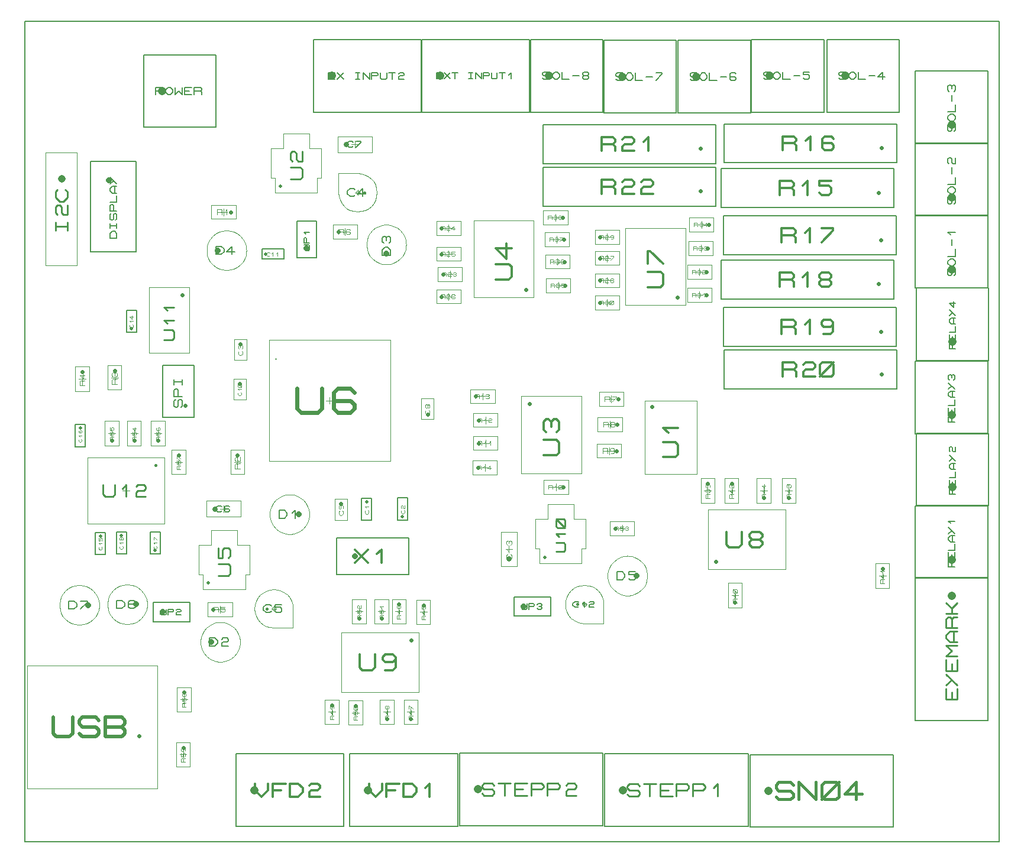
<source format=gbr>
G04 PROTEUS GERBER X2 FILE*
%TF.GenerationSoftware,Labcenter,Proteus,8.9-SP0-Build27865*%
%TF.CreationDate,2020-09-22T21:26:54+00:00*%
%TF.FileFunction,AssemblyDrawing,Top*%
%TF.FilePolarity,Positive*%
%TF.Part,Single*%
%TF.SameCoordinates,{f185f003-b8c0-4bff-ac61-c446508f75ad}*%
%FSLAX45Y45*%
%MOMM*%
G01*
%TA.AperFunction,Profile*%
%ADD37C,0.203200*%
%TA.AperFunction,Material*%
%ADD99C,0.050000*%
%ADD100C,0.274320*%
%ADD101C,0.581660*%
%ADD102C,0.588000*%
%ADD103C,0.101660*%
%ADD104C,0.076250*%
%ADD43C,0.203200*%
%ADD44C,0.508000*%
%ADD105C,0.078740*%
%ADD45C,0.152400*%
%ADD106C,0.558800*%
%ADD107C,0.191130*%
%ADD108C,0.812800*%
%ADD109C,0.161290*%
%ADD110C,0.316990*%
%ADD111C,0.085340*%
%ADD112C,0.579120*%
%ADD113C,0.118330*%
%ADD114C,0.050800*%
%ADD115C,0.191010*%
%ADD116C,1.219200*%
%ADD117C,0.172720*%
%ADD118C,0.620000*%
%ADD119C,0.235250*%
%ADD120C,0.524000*%
%ADD121C,0.285000*%
%ADD122C,0.213750*%
%ADD123C,0.448000*%
%ADD124C,0.185000*%
%ADD125C,0.721360*%
%ADD126C,0.141000*%
%ADD127C,0.132080*%
%ADD128C,0.088750*%
%ADD129C,0.123750*%
%ADD130C,0.138750*%
%ADD131C,0.585000*%
%ADD132C,0.369660*%
%ADD133C,0.351660*%
%ADD134C,0.148040*%
%ADD41C,0.600000*%
%ADD135C,0.334140*%
%ADD136C,0.256540*%
%ADD137C,0.140390*%
%ADD138C,0.154430*%
%ADD139C,0.410460*%
%ADD140C,0.293180*%
%ADD141C,0.308860*%
%ADD142C,0.411480*%
%ADD143C,0.276250*%
%ADD49C,0.100000*%
%ADD144C,0.467250*%
%ADD145C,1.080000*%
%ADD146C,0.276000*%
%TD.AperFunction*%
D37*
X-9980000Y-2290000D02*
X+3960000Y-2290000D01*
X+3960000Y+9460000D01*
X-9980000Y+9460000D01*
X-9980000Y-2290000D01*
D99*
X-6490000Y+3160000D02*
X-4750000Y+3160000D01*
X-4750000Y+4900000D01*
X-6490000Y+4900000D01*
X-6490000Y+3160000D01*
X-5620000Y+4080000D02*
X-5620000Y+3980000D01*
X-5570000Y+4030000D02*
X-5670000Y+4030000D01*
D100*
X-6390000Y+4630000D02*
X-6390000Y+4630000D01*
D101*
X-6085332Y+4204499D02*
X-6085332Y+3913666D01*
X-6027166Y+3855500D01*
X-5794500Y+3855500D01*
X-5736333Y+3913666D01*
X-5736333Y+4204499D01*
X-5271001Y+4146333D02*
X-5329168Y+4204499D01*
X-5503667Y+4204499D01*
X-5561834Y+4146333D01*
X-5561834Y+3913666D01*
X-5503667Y+3855500D01*
X-5329168Y+3855500D01*
X-5271001Y+3913666D01*
X-5271001Y+3971833D01*
X-5329168Y+4030000D01*
X-5561834Y+4030000D01*
D99*
X-4309000Y+3762000D02*
X-4131000Y+3762000D01*
X-4131000Y+4062000D01*
X-4309000Y+4062000D01*
X-4309000Y+3762000D01*
D102*
X-4220000Y+3830000D02*
X-4220000Y+3830000D01*
D103*
X-4199666Y+3891667D02*
X-4189500Y+3881500D01*
X-4189500Y+3851001D01*
X-4209833Y+3830668D01*
X-4230166Y+3830668D01*
X-4250499Y+3851001D01*
X-4250499Y+3881500D01*
X-4240333Y+3891667D01*
X-4220000Y+3932333D02*
X-4230166Y+3922166D01*
X-4240333Y+3922166D01*
X-4250499Y+3932333D01*
X-4250499Y+3962832D01*
X-4240333Y+3972999D01*
X-4230166Y+3972999D01*
X-4220000Y+3962832D01*
X-4220000Y+3932333D01*
X-4209833Y+3922166D01*
X-4199666Y+3922166D01*
X-4189500Y+3932333D01*
X-4189500Y+3962832D01*
X-4199666Y+3972999D01*
X-4209833Y+3972999D01*
X-4220000Y+3962832D01*
D99*
X-5549000Y+2318000D02*
X-5371000Y+2318000D01*
X-5371000Y+2618000D01*
X-5549000Y+2618000D01*
X-5549000Y+2318000D01*
D102*
X-5460000Y+2550000D02*
X-5460000Y+2550000D01*
D103*
X-5439666Y+2447667D02*
X-5429500Y+2437500D01*
X-5429500Y+2407001D01*
X-5449833Y+2386668D01*
X-5470166Y+2386668D01*
X-5490499Y+2407001D01*
X-5490499Y+2437500D01*
X-5480333Y+2447667D01*
X-5470166Y+2528999D02*
X-5460000Y+2518832D01*
X-5460000Y+2488333D01*
X-5470166Y+2478166D01*
X-5480333Y+2478166D01*
X-5490499Y+2488333D01*
X-5490499Y+2518832D01*
X-5480333Y+2528999D01*
X-5439666Y+2528999D01*
X-5429500Y+2518832D01*
X-5429500Y+2488333D01*
D99*
X-6999000Y+4042000D02*
X-6821000Y+4042000D01*
X-6821000Y+4342000D01*
X-6999000Y+4342000D01*
X-6999000Y+4042000D01*
D102*
X-6910000Y+4274000D02*
X-6910000Y+4274000D01*
D104*
X-6894750Y+4146250D02*
X-6887125Y+4138625D01*
X-6887125Y+4115750D01*
X-6902375Y+4100500D01*
X-6917625Y+4100500D01*
X-6932875Y+4115750D01*
X-6932875Y+4138625D01*
X-6925250Y+4146250D01*
X-6917625Y+4176750D02*
X-6932875Y+4192000D01*
X-6887125Y+4192000D01*
X-6894750Y+4222500D02*
X-6925250Y+4222500D01*
X-6932875Y+4230125D01*
X-6932875Y+4260625D01*
X-6925250Y+4268250D01*
X-6894750Y+4268250D01*
X-6887125Y+4260625D01*
X-6887125Y+4230125D01*
X-6894750Y+4222500D01*
X-6887125Y+4222500D02*
X-6932875Y+4268250D01*
D43*
X-6590800Y+6056340D02*
X-6275840Y+6056340D01*
X-6275840Y+6198580D01*
X-6590800Y+6198580D01*
X-6590800Y+6056340D01*
D44*
X-6540000Y+6130000D02*
X-6540000Y+6130000D01*
D105*
X-6480564Y+6111712D02*
X-6488438Y+6103838D01*
X-6512060Y+6103838D01*
X-6527808Y+6119586D01*
X-6527808Y+6135334D01*
X-6512060Y+6151082D01*
X-6488438Y+6151082D01*
X-6480564Y+6143208D01*
X-6449068Y+6135334D02*
X-6433320Y+6151082D01*
X-6433320Y+6103838D01*
X-6386076Y+6135334D02*
X-6370328Y+6151082D01*
X-6370328Y+6103838D01*
D45*
X-8013520Y+3785350D02*
X-7563940Y+3785350D01*
X-7563940Y+4534650D01*
X-8013520Y+4534650D01*
X-8013520Y+3785350D01*
X-7563940Y+3785350D01*
X-7563940Y+4534650D01*
X-8013520Y+4534650D01*
X-8013520Y+3785350D01*
D106*
X-7690000Y+3960000D02*
X-7690000Y+3960000D01*
D107*
X-7750503Y+3930638D02*
X-7731390Y+3949751D01*
X-7731390Y+4026205D01*
X-7750503Y+4045319D01*
X-7769617Y+4045319D01*
X-7788730Y+4026205D01*
X-7788730Y+3949751D01*
X-7807844Y+3930638D01*
X-7826957Y+3930638D01*
X-7846071Y+3949751D01*
X-7846071Y+4026205D01*
X-7826957Y+4045319D01*
X-7731390Y+4083546D02*
X-7846071Y+4083546D01*
X-7846071Y+4179113D01*
X-7826957Y+4198227D01*
X-7807844Y+4198227D01*
X-7788730Y+4179113D01*
X-7788730Y+4083546D01*
X-7846071Y+4255567D02*
X-7846071Y+4332021D01*
X-7846071Y+4293794D02*
X-7731390Y+4293794D01*
X-7731390Y+4255567D02*
X-7731390Y+4332021D01*
D43*
X-9044160Y+6161840D02*
X-8388840Y+6161840D01*
X-8388840Y+7452160D01*
X-9044160Y+7452160D01*
X-9044160Y+6161840D01*
D108*
X-8780000Y+7188000D02*
X-8780000Y+7188000D01*
D109*
X-8668113Y+6355388D02*
X-8764887Y+6355388D01*
X-8764887Y+6419904D01*
X-8732629Y+6452162D01*
X-8700371Y+6452162D01*
X-8668113Y+6419904D01*
X-8668113Y+6355388D01*
X-8764887Y+6500549D02*
X-8764887Y+6565065D01*
X-8764887Y+6532807D02*
X-8668113Y+6532807D01*
X-8668113Y+6500549D02*
X-8668113Y+6565065D01*
X-8684242Y+6613452D02*
X-8668113Y+6629581D01*
X-8668113Y+6694097D01*
X-8684242Y+6710226D01*
X-8700371Y+6710226D01*
X-8716500Y+6694097D01*
X-8716500Y+6629581D01*
X-8732629Y+6613452D01*
X-8748758Y+6613452D01*
X-8764887Y+6629581D01*
X-8764887Y+6694097D01*
X-8748758Y+6710226D01*
X-8668113Y+6742484D02*
X-8764887Y+6742484D01*
X-8764887Y+6823129D01*
X-8748758Y+6839258D01*
X-8732629Y+6839258D01*
X-8716500Y+6823129D01*
X-8716500Y+6742484D01*
X-8764887Y+6871516D02*
X-8668113Y+6871516D01*
X-8668113Y+6968290D01*
X-8668113Y+7000548D02*
X-8732629Y+7000548D01*
X-8764887Y+7032806D01*
X-8764887Y+7065064D01*
X-8732629Y+7097322D01*
X-8668113Y+7097322D01*
X-8700371Y+7000548D02*
X-8700371Y+7097322D01*
X-8764887Y+7226354D02*
X-8668113Y+7129580D01*
X-8764887Y+7129580D02*
X-8716500Y+7177967D01*
D99*
X-6989000Y+4610000D02*
X-6811000Y+4610000D01*
X-6811000Y+4910000D01*
X-6989000Y+4910000D01*
X-6989000Y+4610000D01*
D102*
X-6900000Y+4842000D02*
X-6900000Y+4842000D01*
D103*
X-6879666Y+4739667D02*
X-6869500Y+4729500D01*
X-6869500Y+4699001D01*
X-6889833Y+4678668D01*
X-6910166Y+4678668D01*
X-6930499Y+4699001D01*
X-6930499Y+4729500D01*
X-6920333Y+4739667D01*
X-6920333Y+4770166D02*
X-6930499Y+4780333D01*
X-6930499Y+4810832D01*
X-6920333Y+4820999D01*
X-6910166Y+4820999D01*
X-6900000Y+4810832D01*
X-6889833Y+4820999D01*
X-6879666Y+4820999D01*
X-6869500Y+4810832D01*
X-6869500Y+4780333D01*
X-6879666Y+4770166D01*
X-6900000Y+4790499D02*
X-6900000Y+4810832D01*
D43*
X-5524160Y+1535840D02*
X-4487840Y+1535840D01*
X-4487840Y+2064160D01*
X-5524160Y+2064160D01*
X-5524160Y+1535840D01*
D108*
X-5260000Y+1800000D02*
X-5260000Y+1800000D01*
D110*
X-5259593Y+1895097D02*
X-5069399Y+1704902D01*
X-5259593Y+1704902D02*
X-5069399Y+1895097D01*
X-4942602Y+1831699D02*
X-4879204Y+1895097D01*
X-4879204Y+1704902D01*
D43*
X-5163660Y+2315840D02*
X-5021420Y+2315840D01*
X-5021420Y+2630800D01*
X-5163660Y+2630800D01*
X-5163660Y+2315840D01*
D44*
X-5090000Y+2580000D02*
X-5090000Y+2580000D01*
D111*
X-5075471Y+2456251D02*
X-5066936Y+2447716D01*
X-5066936Y+2422113D01*
X-5084005Y+2405045D01*
X-5101074Y+2405045D01*
X-5118143Y+2422113D01*
X-5118143Y+2447716D01*
X-5109608Y+2456251D01*
X-5101074Y+2490388D02*
X-5118143Y+2507457D01*
X-5066936Y+2507457D01*
D43*
X-4648580Y+2319200D02*
X-4506340Y+2319200D01*
X-4506340Y+2634160D01*
X-4648580Y+2634160D01*
X-4648580Y+2319200D01*
D44*
X-4580000Y+2370000D02*
X-4580000Y+2370000D01*
D111*
X-4560391Y+2459611D02*
X-4551856Y+2451076D01*
X-4551856Y+2425473D01*
X-4568925Y+2408405D01*
X-4585994Y+2408405D01*
X-4603063Y+2425473D01*
X-4603063Y+2451076D01*
X-4594528Y+2459611D01*
X-4594528Y+2485214D02*
X-4603063Y+2493748D01*
X-4603063Y+2519351D01*
X-4594528Y+2527886D01*
X-4585994Y+2527886D01*
X-4577460Y+2519351D01*
X-4577460Y+2493748D01*
X-4568925Y+2485214D01*
X-4551856Y+2485214D01*
X-4551856Y+2527886D01*
D99*
X-6965000Y+6830000D02*
X-7315000Y+6830000D01*
X-7315000Y+6630000D01*
X-6965000Y+6630000D01*
X-6965000Y+6830000D01*
X-7140000Y+6680000D02*
X-7140000Y+6780000D01*
X-7190000Y+6730000D02*
X-7090000Y+6730000D01*
D112*
X-7040000Y+6730000D02*
X-7040000Y+6730000D01*
D113*
X-7234666Y+6694500D02*
X-7234666Y+6765500D01*
X-7175500Y+6765500D01*
X-7163667Y+6753667D01*
X-7163667Y+6741833D01*
X-7175500Y+6730000D01*
X-7234666Y+6730000D01*
X-7175500Y+6730000D02*
X-7163667Y+6718167D01*
X-7163667Y+6694500D01*
X-7116334Y+6741833D02*
X-7092667Y+6765500D01*
X-7092667Y+6694500D01*
D114*
X-6812100Y+6180000D02*
X-6813018Y+6202814D01*
X-6820471Y+6248443D01*
X-6836018Y+6294072D01*
X-6861260Y+6339701D01*
X-6899802Y+6385231D01*
X-6945431Y+6420727D01*
X-6991060Y+6443847D01*
X-7036689Y+6457700D01*
X-7082318Y+6463646D01*
X-7096080Y+6463980D01*
X-7380060Y+6180000D02*
X-7379142Y+6202814D01*
X-7371689Y+6248443D01*
X-7356142Y+6294072D01*
X-7330900Y+6339701D01*
X-7292358Y+6385231D01*
X-7246729Y+6420727D01*
X-7201100Y+6443847D01*
X-7155471Y+6457700D01*
X-7109842Y+6463646D01*
X-7096080Y+6463980D01*
X-7380060Y+6180000D02*
X-7379142Y+6157186D01*
X-7371689Y+6111557D01*
X-7356142Y+6065928D01*
X-7330900Y+6020299D01*
X-7292358Y+5974769D01*
X-7246729Y+5939273D01*
X-7201100Y+5916153D01*
X-7155471Y+5902300D01*
X-7109842Y+5896354D01*
X-7096080Y+5896020D01*
X-6812100Y+6180000D02*
X-6813018Y+6157186D01*
X-6820471Y+6111557D01*
X-6836018Y+6065928D01*
X-6861260Y+6020299D01*
X-6899802Y+5974769D01*
X-6945431Y+5939273D01*
X-6991060Y+5916153D01*
X-7036689Y+5902300D01*
X-7082318Y+5896354D01*
X-7096080Y+5896020D01*
D108*
X-7224000Y+6180000D02*
X-7224000Y+6180000D01*
D115*
X-7248890Y+6122696D02*
X-7248890Y+6237304D01*
X-7172485Y+6237304D01*
X-7134283Y+6199101D01*
X-7134283Y+6160899D01*
X-7172485Y+6122696D01*
X-7248890Y+6122696D01*
X-6981473Y+6160899D02*
X-7096080Y+6160899D01*
X-7019675Y+6237304D01*
X-7019675Y+6122696D01*
D99*
X-7040000Y+3325000D02*
X-7040000Y+2975000D01*
X-6840000Y+2975000D01*
X-6840000Y+3325000D01*
X-7040000Y+3325000D01*
X-6890000Y+3150000D02*
X-6990000Y+3150000D01*
X-6940000Y+3100000D02*
X-6940000Y+3200000D01*
D112*
X-6940000Y+3250000D02*
X-6940000Y+3250000D01*
D113*
X-6904500Y+3055334D02*
X-6975500Y+3055334D01*
X-6975500Y+3114500D01*
X-6963667Y+3126333D01*
X-6951833Y+3126333D01*
X-6940000Y+3114500D01*
X-6940000Y+3055334D01*
X-6940000Y+3114500D02*
X-6928167Y+3126333D01*
X-6904500Y+3126333D01*
X-6963667Y+3161833D02*
X-6975500Y+3173666D01*
X-6975500Y+3209166D01*
X-6963667Y+3220999D01*
X-6951833Y+3220999D01*
X-6940000Y+3209166D01*
X-6940000Y+3173666D01*
X-6928167Y+3161833D01*
X-6904500Y+3161833D01*
X-6904500Y+3220999D01*
D114*
X-5909940Y+2400000D02*
X-5910858Y+2422814D01*
X-5918311Y+2468443D01*
X-5933858Y+2514072D01*
X-5959100Y+2559701D01*
X-5997642Y+2605231D01*
X-6043271Y+2640727D01*
X-6088900Y+2663847D01*
X-6134529Y+2677700D01*
X-6180158Y+2683646D01*
X-6193920Y+2683980D01*
X-6477900Y+2400000D02*
X-6476982Y+2422814D01*
X-6469529Y+2468443D01*
X-6453982Y+2514072D01*
X-6428740Y+2559701D01*
X-6390198Y+2605231D01*
X-6344569Y+2640727D01*
X-6298940Y+2663847D01*
X-6253311Y+2677700D01*
X-6207682Y+2683646D01*
X-6193920Y+2683980D01*
X-6477900Y+2400000D02*
X-6476982Y+2377186D01*
X-6469529Y+2331557D01*
X-6453982Y+2285928D01*
X-6428740Y+2240299D01*
X-6390198Y+2194769D01*
X-6344569Y+2159273D01*
X-6298940Y+2136153D01*
X-6253311Y+2122300D01*
X-6207682Y+2116354D01*
X-6193920Y+2116020D01*
X-5909940Y+2400000D02*
X-5910858Y+2377186D01*
X-5918311Y+2331557D01*
X-5933858Y+2285928D01*
X-5959100Y+2240299D01*
X-5997642Y+2194769D01*
X-6043271Y+2159273D01*
X-6088900Y+2136153D01*
X-6134529Y+2122300D01*
X-6180158Y+2116354D01*
X-6193920Y+2116020D01*
D108*
X-6066000Y+2400000D02*
X-6066000Y+2400000D01*
D115*
X-6346730Y+2342696D02*
X-6346730Y+2457304D01*
X-6270325Y+2457304D01*
X-6232123Y+2419101D01*
X-6232123Y+2380899D01*
X-6270325Y+2342696D01*
X-6346730Y+2342696D01*
X-6155718Y+2419101D02*
X-6117515Y+2457304D01*
X-6117515Y+2342696D01*
D43*
X-8283583Y+7944925D02*
X-7247263Y+7944925D01*
X-7247263Y+8981245D01*
X-8283583Y+8981245D01*
X-8283583Y+7944925D01*
D116*
X-8019423Y+8463085D02*
X-8019423Y+8463085D01*
D117*
X-8110863Y+8411269D02*
X-8110863Y+8514901D01*
X-8024503Y+8514901D01*
X-8007231Y+8497629D01*
X-8007231Y+8480357D01*
X-8024503Y+8463085D01*
X-8110863Y+8463085D01*
X-7972687Y+8480357D02*
X-7938143Y+8514901D01*
X-7903599Y+8514901D01*
X-7869055Y+8480357D01*
X-7869055Y+8445813D01*
X-7903599Y+8411269D01*
X-7938143Y+8411269D01*
X-7972687Y+8445813D01*
X-7972687Y+8480357D01*
X-7834511Y+8514901D02*
X-7834511Y+8411269D01*
X-7782695Y+8463085D01*
X-7730879Y+8411269D01*
X-7730879Y+8514901D01*
X-7592703Y+8411269D02*
X-7696335Y+8411269D01*
X-7696335Y+8514901D01*
X-7592703Y+8514901D01*
X-7696335Y+8463085D02*
X-7627247Y+8463085D01*
X-7558159Y+8411269D02*
X-7558159Y+8514901D01*
X-7471799Y+8514901D01*
X-7454527Y+8497629D01*
X-7454527Y+8480357D01*
X-7471799Y+8463085D01*
X-7558159Y+8463085D01*
X-7471799Y+8463085D02*
X-7454527Y+8445813D01*
X-7454527Y+8411269D01*
D99*
X-8208000Y+4712000D02*
X-7632000Y+4712000D01*
X-7632000Y+5648000D01*
X-8208000Y+5648000D01*
X-8208000Y+4712000D01*
D118*
X-7729500Y+5545000D02*
X-7729500Y+5545000D01*
D119*
X-7990575Y+4897700D02*
X-7872950Y+4897700D01*
X-7849425Y+4921225D01*
X-7849425Y+5015325D01*
X-7872950Y+5038850D01*
X-7990575Y+5038850D01*
X-7943525Y+5132950D02*
X-7990575Y+5180000D01*
X-7849425Y+5180000D01*
X-7943525Y+5321150D02*
X-7990575Y+5368200D01*
X-7849425Y+5368200D01*
D99*
X-7491000Y+1961000D02*
X-7491000Y+1539000D01*
X-7430990Y+1539000D01*
X-7430990Y+1325000D01*
X-6829010Y+1325000D01*
X-6829010Y+1539000D01*
X-6769000Y+1539000D01*
X-6769000Y+1961000D01*
X-6943000Y+1961000D01*
X-6943000Y+2175000D01*
X-7317000Y+2175000D01*
X-7317000Y+1961000D01*
X-7491000Y+1961000D01*
D120*
X-7359000Y+1416000D02*
X-7359000Y+1416000D01*
D121*
X-7215500Y+1522000D02*
X-7073000Y+1522000D01*
X-7044500Y+1550500D01*
X-7044500Y+1664500D01*
X-7073000Y+1693000D01*
X-7215500Y+1693000D01*
X-7215500Y+1921000D02*
X-7215500Y+1778500D01*
X-7158500Y+1778500D01*
X-7158500Y+1892500D01*
X-7130000Y+1921000D01*
X-7073000Y+1921000D01*
X-7044500Y+1892500D01*
X-7044500Y+1807000D01*
X-7073000Y+1778500D01*
D99*
X-6461000Y+7641000D02*
X-6461000Y+7219000D01*
X-6400990Y+7219000D01*
X-6400990Y+7005000D01*
X-5799010Y+7005000D01*
X-5799010Y+7219000D01*
X-5739000Y+7219000D01*
X-5739000Y+7641000D01*
X-5913000Y+7641000D01*
X-5913000Y+7855000D01*
X-6287000Y+7855000D01*
X-6287000Y+7641000D01*
X-6461000Y+7641000D01*
D120*
X-6329000Y+7096000D02*
X-6329000Y+7096000D01*
D121*
X-6185500Y+7202000D02*
X-6043000Y+7202000D01*
X-6014500Y+7230500D01*
X-6014500Y+7344500D01*
X-6043000Y+7373000D01*
X-6185500Y+7373000D01*
X-6157000Y+7458500D02*
X-6185500Y+7487000D01*
X-6185500Y+7572500D01*
X-6157000Y+7601000D01*
X-6128500Y+7601000D01*
X-6100000Y+7572500D01*
X-6100000Y+7487000D01*
X-6071500Y+7458500D01*
X-6014500Y+7458500D01*
X-6014500Y+7601000D01*
D99*
X-2675000Y+2331000D02*
X-2675000Y+1909000D01*
X-2614990Y+1909000D01*
X-2614990Y+1695000D01*
X-2013010Y+1695000D01*
X-2013010Y+1909000D01*
X-1953000Y+1909000D01*
X-1953000Y+2331000D01*
X-2127000Y+2331000D01*
X-2127000Y+2545000D01*
X-2501000Y+2545000D01*
X-2501000Y+2331000D01*
X-2675000Y+2331000D01*
D120*
X-2543000Y+1786000D02*
X-2543000Y+1786000D01*
D122*
X-2378125Y+1863500D02*
X-2271250Y+1863500D01*
X-2249875Y+1884875D01*
X-2249875Y+1970375D01*
X-2271250Y+1991750D01*
X-2378125Y+1991750D01*
X-2335375Y+2077250D02*
X-2378125Y+2120000D01*
X-2249875Y+2120000D01*
X-2271250Y+2205500D02*
X-2356750Y+2205500D01*
X-2378125Y+2226875D01*
X-2378125Y+2312375D01*
X-2356750Y+2333750D01*
X-2271250Y+2333750D01*
X-2249875Y+2312375D01*
X-2249875Y+2226875D01*
X-2271250Y+2205500D01*
X-2249875Y+2205500D02*
X-2378125Y+2333750D01*
D99*
X-5195000Y+7010000D02*
X-5195086Y+7012076D01*
X-5195788Y+7016229D01*
X-5197258Y+7020382D01*
X-5199660Y+7024535D01*
X-5203333Y+7028634D01*
X-5207486Y+7031643D01*
X-5211639Y+7033560D01*
X-5215792Y+7034643D01*
X-5219945Y+7035000D01*
X-5220000Y+7035000D01*
X-5245000Y+7010000D02*
X-5244914Y+7012076D01*
X-5244212Y+7016229D01*
X-5242742Y+7020382D01*
X-5240340Y+7024535D01*
X-5236667Y+7028634D01*
X-5232514Y+7031643D01*
X-5228361Y+7033560D01*
X-5224208Y+7034643D01*
X-5220055Y+7035000D01*
X-5220000Y+7035000D01*
X-5245000Y+7010000D02*
X-5244914Y+7007924D01*
X-5244212Y+7003771D01*
X-5242742Y+6999618D01*
X-5240340Y+6995465D01*
X-5236667Y+6991366D01*
X-5232514Y+6988357D01*
X-5228361Y+6986440D01*
X-5224208Y+6985357D01*
X-5220055Y+6985000D01*
X-5220000Y+6985000D01*
X-5195000Y+7010000D02*
X-5195086Y+7007924D01*
X-5195788Y+7003771D01*
X-5197258Y+6999618D01*
X-5199660Y+6995465D01*
X-5203333Y+6991366D01*
X-5207486Y+6988357D01*
X-5211639Y+6986440D01*
X-5215792Y+6985357D01*
X-5219945Y+6985000D01*
X-5220000Y+6985000D01*
X-5185000Y+7010000D02*
X-5255000Y+7010000D01*
X-5220000Y+7045000D02*
X-5220000Y+6975000D01*
X-5495000Y+7285000D02*
X-5495000Y+7010000D01*
X-5489528Y+6953772D01*
X-5473784Y+6901773D01*
X-5448775Y+6855011D01*
X-5415508Y+6814492D01*
X-5374990Y+6781225D01*
X-5328227Y+6756216D01*
X-5276228Y+6740472D01*
X-5220000Y+6735000D01*
X-5163772Y+6740472D01*
X-5111773Y+6756216D01*
X-5065010Y+6781225D01*
X-5024492Y+6814492D01*
X-4991225Y+6855011D01*
X-4966216Y+6901773D01*
X-4950472Y+6953772D01*
X-4945000Y+7010000D01*
X-4950472Y+7066228D01*
X-4966216Y+7118227D01*
X-4991225Y+7164989D01*
X-5024492Y+7205508D01*
X-5065010Y+7238775D01*
X-5111773Y+7263784D01*
X-5163772Y+7279528D01*
X-5220000Y+7285000D01*
X-5495000Y+7285000D01*
D123*
X-5120000Y+7010000D02*
X-5120000Y+7010000D01*
D124*
X-5257000Y+6973000D02*
X-5275500Y+6954500D01*
X-5331000Y+6954500D01*
X-5368000Y+6991500D01*
X-5368000Y+7028500D01*
X-5331000Y+7065500D01*
X-5275500Y+7065500D01*
X-5257000Y+7047000D01*
X-5109000Y+6991500D02*
X-5220000Y+6991500D01*
X-5146000Y+7065500D01*
X-5146000Y+6954500D01*
D99*
X-5505000Y+7585000D02*
X-5015000Y+7585000D01*
X-5015000Y+7815000D01*
X-5505000Y+7815000D01*
X-5505000Y+7585000D01*
X-5260000Y+7750000D02*
X-5260000Y+7650000D01*
X-5210000Y+7700000D02*
X-5310000Y+7700000D01*
D125*
X-5390000Y+7700000D02*
X-5390000Y+7700000D01*
D126*
X-5288200Y+7671800D02*
X-5302300Y+7657700D01*
X-5344600Y+7657700D01*
X-5372800Y+7685900D01*
X-5372800Y+7714100D01*
X-5344600Y+7742300D01*
X-5302300Y+7742300D01*
X-5288200Y+7728200D01*
X-5245900Y+7742300D02*
X-5175400Y+7742300D01*
X-5175400Y+7728200D01*
X-5245900Y+7657700D01*
D43*
X-6087160Y+6072840D02*
X-5812840Y+6072840D01*
X-5812840Y+6601160D01*
X-6087160Y+6601160D01*
X-6087160Y+6072840D01*
D108*
X-5950000Y+6210000D02*
X-5950000Y+6210000D01*
D127*
X-5936792Y+6178504D02*
X-5923584Y+6178504D01*
X-5910376Y+6191712D01*
X-5910376Y+6244544D01*
X-5923584Y+6257752D01*
X-5989624Y+6257752D01*
X-5910376Y+6284168D02*
X-5989624Y+6284168D01*
X-5989624Y+6350208D01*
X-5976416Y+6363416D01*
X-5963208Y+6363416D01*
X-5950000Y+6350208D01*
X-5950000Y+6284168D01*
X-5963208Y+6416248D02*
X-5989624Y+6442664D01*
X-5910376Y+6442664D01*
D99*
X-5575000Y+6350000D02*
X-5225000Y+6350000D01*
X-5225000Y+6550000D01*
X-5575000Y+6550000D01*
X-5575000Y+6350000D01*
X-5400000Y+6500000D02*
X-5400000Y+6400000D01*
X-5350000Y+6450000D02*
X-5450000Y+6450000D01*
D112*
X-5500000Y+6450000D02*
X-5500000Y+6450000D01*
D113*
X-5494666Y+6414500D02*
X-5494666Y+6485500D01*
X-5435500Y+6485500D01*
X-5423667Y+6473667D01*
X-5423667Y+6461833D01*
X-5435500Y+6450000D01*
X-5494666Y+6450000D01*
X-5435500Y+6450000D02*
X-5423667Y+6438167D01*
X-5423667Y+6414500D01*
X-5329001Y+6473667D02*
X-5340834Y+6485500D01*
X-5376334Y+6485500D01*
X-5388167Y+6473667D01*
X-5388167Y+6426333D01*
X-5376334Y+6414500D01*
X-5340834Y+6414500D01*
X-5329001Y+6426333D01*
X-5329001Y+6438167D01*
X-5340834Y+6450000D01*
X-5388167Y+6450000D01*
D114*
X-4526020Y+6263920D02*
X-4526938Y+6286734D01*
X-4534391Y+6332363D01*
X-4549938Y+6377992D01*
X-4575180Y+6423621D01*
X-4613722Y+6469151D01*
X-4659351Y+6504647D01*
X-4704980Y+6527767D01*
X-4750609Y+6541620D01*
X-4796238Y+6547566D01*
X-4810000Y+6547900D01*
X-5093980Y+6263920D02*
X-5093062Y+6286734D01*
X-5085609Y+6332363D01*
X-5070062Y+6377992D01*
X-5044820Y+6423621D01*
X-5006278Y+6469151D01*
X-4960649Y+6504647D01*
X-4915020Y+6527767D01*
X-4869391Y+6541620D01*
X-4823762Y+6547566D01*
X-4810000Y+6547900D01*
X-5093980Y+6263920D02*
X-5093062Y+6241106D01*
X-5085609Y+6195477D01*
X-5070062Y+6149848D01*
X-5044820Y+6104219D01*
X-5006278Y+6058689D01*
X-4960649Y+6023193D01*
X-4915020Y+6000073D01*
X-4869391Y+5986220D01*
X-4823762Y+5980274D01*
X-4810000Y+5979940D01*
X-4526020Y+6263920D02*
X-4526938Y+6241106D01*
X-4534391Y+6195477D01*
X-4549938Y+6149848D01*
X-4575180Y+6104219D01*
X-4613722Y+6058689D01*
X-4659351Y+6023193D01*
X-4704980Y+6000073D01*
X-4750609Y+5986220D01*
X-4796238Y+5980274D01*
X-4810000Y+5979940D01*
D108*
X-4810000Y+6136000D02*
X-4810000Y+6136000D01*
D115*
X-4752696Y+6111110D02*
X-4867304Y+6111110D01*
X-4867304Y+6187515D01*
X-4829101Y+6225717D01*
X-4790899Y+6225717D01*
X-4752696Y+6187515D01*
X-4752696Y+6111110D01*
X-4848203Y+6283021D02*
X-4867304Y+6302122D01*
X-4867304Y+6359426D01*
X-4848203Y+6378527D01*
X-4829101Y+6378527D01*
X-4810000Y+6359426D01*
X-4790899Y+6378527D01*
X-4771797Y+6378527D01*
X-4752696Y+6359426D01*
X-4752696Y+6302122D01*
X-4771797Y+6283021D01*
X-4810000Y+6321223D02*
X-4810000Y+6359426D01*
D43*
X-8147160Y+862840D02*
X-7618840Y+862840D01*
X-7618840Y+1137160D01*
X-8147160Y+1137160D01*
X-8147160Y+862840D01*
D108*
X-8010000Y+1000000D02*
X-8010000Y+1000000D01*
D127*
X-8041496Y+986792D02*
X-8041496Y+973584D01*
X-8028288Y+960376D01*
X-7975456Y+960376D01*
X-7962248Y+973584D01*
X-7962248Y+1039624D01*
X-7935832Y+960376D02*
X-7935832Y+1039624D01*
X-7869792Y+1039624D01*
X-7856584Y+1026416D01*
X-7856584Y+1013208D01*
X-7869792Y+1000000D01*
X-7935832Y+1000000D01*
X-7816960Y+1026416D02*
X-7803752Y+1039624D01*
X-7764128Y+1039624D01*
X-7750920Y+1026416D01*
X-7750920Y+1013208D01*
X-7764128Y+1000000D01*
X-7803752Y+1000000D01*
X-7816960Y+986792D01*
X-7816960Y+960376D01*
X-7750920Y+960376D01*
D99*
X-7365000Y+940000D02*
X-7015000Y+940000D01*
X-7015000Y+1140000D01*
X-7365000Y+1140000D01*
X-7365000Y+940000D01*
X-7190000Y+1090000D02*
X-7190000Y+990000D01*
X-7140000Y+1040000D02*
X-7240000Y+1040000D01*
D112*
X-7290000Y+1040000D02*
X-7290000Y+1040000D01*
D113*
X-7284666Y+1004500D02*
X-7284666Y+1075500D01*
X-7225500Y+1075500D01*
X-7213667Y+1063667D01*
X-7213667Y+1051833D01*
X-7225500Y+1040000D01*
X-7284666Y+1040000D01*
X-7225500Y+1040000D02*
X-7213667Y+1028167D01*
X-7213667Y+1004500D01*
X-7119001Y+1075500D02*
X-7178167Y+1075500D01*
X-7178167Y+1051833D01*
X-7130834Y+1051833D01*
X-7119001Y+1040000D01*
X-7119001Y+1016333D01*
X-7130834Y+1004500D01*
X-7166334Y+1004500D01*
X-7178167Y+1016333D01*
D114*
X-6902100Y+570000D02*
X-6903018Y+592814D01*
X-6910471Y+638443D01*
X-6926018Y+684072D01*
X-6951260Y+729701D01*
X-6989802Y+775231D01*
X-7035431Y+810727D01*
X-7081060Y+833847D01*
X-7126689Y+847700D01*
X-7172318Y+853646D01*
X-7186080Y+853980D01*
X-7470060Y+570000D02*
X-7469142Y+592814D01*
X-7461689Y+638443D01*
X-7446142Y+684072D01*
X-7420900Y+729701D01*
X-7382358Y+775231D01*
X-7336729Y+810727D01*
X-7291100Y+833847D01*
X-7245471Y+847700D01*
X-7199842Y+853646D01*
X-7186080Y+853980D01*
X-7470060Y+570000D02*
X-7469142Y+547186D01*
X-7461689Y+501557D01*
X-7446142Y+455928D01*
X-7420900Y+410299D01*
X-7382358Y+364769D01*
X-7336729Y+329273D01*
X-7291100Y+306153D01*
X-7245471Y+292300D01*
X-7199842Y+286354D01*
X-7186080Y+286020D01*
X-6902100Y+570000D02*
X-6903018Y+547186D01*
X-6910471Y+501557D01*
X-6926018Y+455928D01*
X-6951260Y+410299D01*
X-6989802Y+364769D01*
X-7035431Y+329273D01*
X-7081060Y+306153D01*
X-7126689Y+292300D01*
X-7172318Y+286354D01*
X-7186080Y+286020D01*
D108*
X-7314000Y+570000D02*
X-7314000Y+570000D01*
D115*
X-7338890Y+512696D02*
X-7338890Y+627304D01*
X-7262485Y+627304D01*
X-7224283Y+589101D01*
X-7224283Y+550899D01*
X-7262485Y+512696D01*
X-7338890Y+512696D01*
X-7166979Y+608203D02*
X-7147878Y+627304D01*
X-7090574Y+627304D01*
X-7071473Y+608203D01*
X-7071473Y+589101D01*
X-7090574Y+570000D01*
X-7147878Y+570000D01*
X-7166979Y+550899D01*
X-7166979Y+512696D01*
X-7071473Y+512696D01*
D99*
X-6395000Y+1050000D02*
X-6395086Y+1052076D01*
X-6395788Y+1056229D01*
X-6397258Y+1060382D01*
X-6399660Y+1064535D01*
X-6403333Y+1068634D01*
X-6407486Y+1071643D01*
X-6411639Y+1073560D01*
X-6415792Y+1074643D01*
X-6419945Y+1075000D01*
X-6420000Y+1075000D01*
X-6445000Y+1050000D02*
X-6444914Y+1052076D01*
X-6444212Y+1056229D01*
X-6442742Y+1060382D01*
X-6440340Y+1064535D01*
X-6436667Y+1068634D01*
X-6432514Y+1071643D01*
X-6428361Y+1073560D01*
X-6424208Y+1074643D01*
X-6420055Y+1075000D01*
X-6420000Y+1075000D01*
X-6445000Y+1050000D02*
X-6444914Y+1047924D01*
X-6444212Y+1043771D01*
X-6442742Y+1039618D01*
X-6440340Y+1035465D01*
X-6436667Y+1031366D01*
X-6432514Y+1028357D01*
X-6428361Y+1026440D01*
X-6424208Y+1025357D01*
X-6420055Y+1025000D01*
X-6420000Y+1025000D01*
X-6395000Y+1050000D02*
X-6395086Y+1047924D01*
X-6395788Y+1043771D01*
X-6397258Y+1039618D01*
X-6399660Y+1035465D01*
X-6403333Y+1031366D01*
X-6407486Y+1028357D01*
X-6411639Y+1026440D01*
X-6415792Y+1025357D01*
X-6419945Y+1025000D01*
X-6420000Y+1025000D01*
X-6455000Y+1050000D02*
X-6385000Y+1050000D01*
X-6420000Y+1015000D02*
X-6420000Y+1085000D01*
X-6145000Y+775000D02*
X-6145000Y+1050000D01*
X-6150472Y+1106228D01*
X-6166216Y+1158227D01*
X-6191225Y+1204989D01*
X-6224492Y+1245508D01*
X-6265010Y+1278775D01*
X-6311773Y+1303784D01*
X-6363772Y+1319528D01*
X-6420000Y+1325000D01*
X-6476228Y+1319528D01*
X-6528227Y+1303784D01*
X-6574990Y+1278775D01*
X-6615508Y+1245508D01*
X-6648775Y+1204989D01*
X-6673784Y+1158227D01*
X-6689528Y+1106228D01*
X-6695000Y+1050000D01*
X-6689528Y+993772D01*
X-6673784Y+941773D01*
X-6648775Y+895011D01*
X-6615508Y+854492D01*
X-6574990Y+821225D01*
X-6528227Y+796216D01*
X-6476228Y+780472D01*
X-6420000Y+775000D01*
X-6145000Y+775000D01*
D123*
X-6520000Y+1050000D02*
X-6520000Y+1050000D01*
D124*
X-6457000Y+1013000D02*
X-6475500Y+994500D01*
X-6531000Y+994500D01*
X-6568000Y+1031500D01*
X-6568000Y+1068500D01*
X-6531000Y+1105500D01*
X-6475500Y+1105500D01*
X-6457000Y+1087000D01*
X-6309000Y+1105500D02*
X-6401500Y+1105500D01*
X-6401500Y+1068500D01*
X-6327500Y+1068500D01*
X-6309000Y+1050000D01*
X-6309000Y+1013000D01*
X-6327500Y+994500D01*
X-6383000Y+994500D01*
X-6401500Y+1013000D01*
D43*
X-2981160Y+942840D02*
X-2452840Y+942840D01*
X-2452840Y+1217160D01*
X-2981160Y+1217160D01*
X-2981160Y+942840D01*
D108*
X-2844000Y+1080000D02*
X-2844000Y+1080000D01*
D127*
X-2875496Y+1066792D02*
X-2875496Y+1053584D01*
X-2862288Y+1040376D01*
X-2809456Y+1040376D01*
X-2796248Y+1053584D01*
X-2796248Y+1119624D01*
X-2769832Y+1040376D02*
X-2769832Y+1119624D01*
X-2703792Y+1119624D01*
X-2690584Y+1106416D01*
X-2690584Y+1093208D01*
X-2703792Y+1080000D01*
X-2769832Y+1080000D01*
X-2650960Y+1106416D02*
X-2637752Y+1119624D01*
X-2598128Y+1119624D01*
X-2584920Y+1106416D01*
X-2584920Y+1093208D01*
X-2598128Y+1080000D01*
X-2584920Y+1066792D01*
X-2584920Y+1053584D01*
X-2598128Y+1040376D01*
X-2637752Y+1040376D01*
X-2650960Y+1053584D01*
X-2624544Y+1080000D02*
X-2598128Y+1080000D01*
D114*
X-1073940Y+1520000D02*
X-1074858Y+1542814D01*
X-1082311Y+1588443D01*
X-1097858Y+1634072D01*
X-1123100Y+1679701D01*
X-1161642Y+1725231D01*
X-1207271Y+1760727D01*
X-1252900Y+1783847D01*
X-1298529Y+1797700D01*
X-1344158Y+1803646D01*
X-1357920Y+1803980D01*
X-1641900Y+1520000D02*
X-1640982Y+1542814D01*
X-1633529Y+1588443D01*
X-1617982Y+1634072D01*
X-1592740Y+1679701D01*
X-1554198Y+1725231D01*
X-1508569Y+1760727D01*
X-1462940Y+1783847D01*
X-1417311Y+1797700D01*
X-1371682Y+1803646D01*
X-1357920Y+1803980D01*
X-1641900Y+1520000D02*
X-1640982Y+1497186D01*
X-1633529Y+1451557D01*
X-1617982Y+1405928D01*
X-1592740Y+1360299D01*
X-1554198Y+1314769D01*
X-1508569Y+1279273D01*
X-1462940Y+1256153D01*
X-1417311Y+1242300D01*
X-1371682Y+1236354D01*
X-1357920Y+1236020D01*
X-1073940Y+1520000D02*
X-1074858Y+1497186D01*
X-1082311Y+1451557D01*
X-1097858Y+1405928D01*
X-1123100Y+1360299D01*
X-1161642Y+1314769D01*
X-1207271Y+1279273D01*
X-1252900Y+1256153D01*
X-1298529Y+1242300D01*
X-1344158Y+1236354D01*
X-1357920Y+1236020D01*
D108*
X-1230000Y+1520000D02*
X-1230000Y+1520000D01*
D115*
X-1510730Y+1462696D02*
X-1510730Y+1577304D01*
X-1434325Y+1577304D01*
X-1396123Y+1539101D01*
X-1396123Y+1500899D01*
X-1434325Y+1462696D01*
X-1510730Y+1462696D01*
X-1243313Y+1577304D02*
X-1338819Y+1577304D01*
X-1338819Y+1539101D01*
X-1262414Y+1539101D01*
X-1243313Y+1520000D01*
X-1243313Y+1481797D01*
X-1262414Y+1462696D01*
X-1319718Y+1462696D01*
X-1338819Y+1481797D01*
D99*
X-1611000Y+2100000D02*
X-1261000Y+2100000D01*
X-1261000Y+2300000D01*
X-1611000Y+2300000D01*
X-1611000Y+2100000D01*
X-1436000Y+2250000D02*
X-1436000Y+2150000D01*
X-1386000Y+2200000D02*
X-1486000Y+2200000D01*
D112*
X-1536000Y+2200000D02*
X-1536000Y+2200000D01*
D128*
X-1542500Y+2173375D02*
X-1542500Y+2226625D01*
X-1498125Y+2226625D01*
X-1489250Y+2217750D01*
X-1489250Y+2208875D01*
X-1498125Y+2200000D01*
X-1542500Y+2200000D01*
X-1498125Y+2200000D02*
X-1489250Y+2191125D01*
X-1489250Y+2173375D01*
X-1418250Y+2226625D02*
X-1462625Y+2226625D01*
X-1462625Y+2208875D01*
X-1427125Y+2208875D01*
X-1418250Y+2200000D01*
X-1418250Y+2182250D01*
X-1427125Y+2173375D01*
X-1453750Y+2173375D01*
X-1462625Y+2182250D01*
X-1391625Y+2217750D02*
X-1382750Y+2226625D01*
X-1356125Y+2226625D01*
X-1347250Y+2217750D01*
X-1347250Y+2208875D01*
X-1356125Y+2200000D01*
X-1347250Y+2191125D01*
X-1347250Y+2182250D01*
X-1356125Y+2173375D01*
X-1382750Y+2173375D01*
X-1391625Y+2182250D01*
X-1373875Y+2200000D02*
X-1356125Y+2200000D01*
D99*
X-2939000Y+1655000D02*
X-2939000Y+2145000D01*
X-3169000Y+2145000D01*
X-3169000Y+1655000D01*
X-2939000Y+1655000D01*
X-3104000Y+1900000D02*
X-3004000Y+1900000D01*
X-3054000Y+1950000D02*
X-3054000Y+1850000D01*
D125*
X-3054000Y+1770000D02*
X-3054000Y+1770000D01*
D129*
X-3029250Y+1825750D02*
X-3016875Y+1813375D01*
X-3016875Y+1776250D01*
X-3041625Y+1751500D01*
X-3066375Y+1751500D01*
X-3091125Y+1776250D01*
X-3091125Y+1813375D01*
X-3078750Y+1825750D01*
X-3066375Y+1875250D02*
X-3091125Y+1900000D01*
X-3016875Y+1900000D01*
X-3078750Y+1961875D02*
X-3091125Y+1974250D01*
X-3091125Y+2011375D01*
X-3078750Y+2023750D01*
X-3066375Y+2023750D01*
X-3054000Y+2011375D01*
X-3041625Y+2023750D01*
X-3029250Y+2023750D01*
X-3016875Y+2011375D01*
X-3016875Y+1974250D01*
X-3029250Y+1961875D01*
X-3054000Y+1986625D02*
X-3054000Y+2011375D01*
D99*
X-1949000Y+1110000D02*
X-1949086Y+1112076D01*
X-1949788Y+1116229D01*
X-1951258Y+1120382D01*
X-1953660Y+1124535D01*
X-1957333Y+1128634D01*
X-1961486Y+1131643D01*
X-1965639Y+1133560D01*
X-1969792Y+1134643D01*
X-1973945Y+1135000D01*
X-1974000Y+1135000D01*
X-1999000Y+1110000D02*
X-1998914Y+1112076D01*
X-1998212Y+1116229D01*
X-1996742Y+1120382D01*
X-1994340Y+1124535D01*
X-1990667Y+1128634D01*
X-1986514Y+1131643D01*
X-1982361Y+1133560D01*
X-1978208Y+1134643D01*
X-1974055Y+1135000D01*
X-1974000Y+1135000D01*
X-1999000Y+1110000D02*
X-1998914Y+1107924D01*
X-1998212Y+1103771D01*
X-1996742Y+1099618D01*
X-1994340Y+1095465D01*
X-1990667Y+1091366D01*
X-1986514Y+1088357D01*
X-1982361Y+1086440D01*
X-1978208Y+1085357D01*
X-1974055Y+1085000D01*
X-1974000Y+1085000D01*
X-1949000Y+1110000D02*
X-1949086Y+1107924D01*
X-1949788Y+1103771D01*
X-1951258Y+1099618D01*
X-1953660Y+1095465D01*
X-1957333Y+1091366D01*
X-1961486Y+1088357D01*
X-1965639Y+1086440D01*
X-1969792Y+1085357D01*
X-1973945Y+1085000D01*
X-1974000Y+1085000D01*
X-2009000Y+1110000D02*
X-1939000Y+1110000D01*
X-1974000Y+1075000D02*
X-1974000Y+1145000D01*
X-1699000Y+835000D02*
X-1699000Y+1110000D01*
X-1704472Y+1166228D01*
X-1720216Y+1218227D01*
X-1745225Y+1264989D01*
X-1778492Y+1305508D01*
X-1819010Y+1338775D01*
X-1865773Y+1363784D01*
X-1917772Y+1379528D01*
X-1974000Y+1385000D01*
X-2030228Y+1379528D01*
X-2082227Y+1363784D01*
X-2128990Y+1338775D01*
X-2169508Y+1305508D01*
X-2202775Y+1264989D01*
X-2227784Y+1218227D01*
X-2243528Y+1166228D01*
X-2249000Y+1110000D01*
X-2243528Y+1053772D01*
X-2227784Y+1001773D01*
X-2202775Y+955011D01*
X-2169508Y+914492D01*
X-2128990Y+881225D01*
X-2082227Y+856216D01*
X-2030228Y+840472D01*
X-1974000Y+835000D01*
X-1699000Y+835000D01*
D123*
X-2074000Y+1110000D02*
X-2074000Y+1110000D01*
D130*
X-2057250Y+1082250D02*
X-2071125Y+1068375D01*
X-2112750Y+1068375D01*
X-2140500Y+1096125D01*
X-2140500Y+1123875D01*
X-2112750Y+1151625D01*
X-2071125Y+1151625D01*
X-2057250Y+1137750D01*
X-2001750Y+1123875D02*
X-1974000Y+1151625D01*
X-1974000Y+1068375D01*
X-1904625Y+1137750D02*
X-1890750Y+1151625D01*
X-1849125Y+1151625D01*
X-1835250Y+1137750D01*
X-1835250Y+1123875D01*
X-1849125Y+1110000D01*
X-1890750Y+1110000D01*
X-1904625Y+1096125D01*
X-1904625Y+1068375D01*
X-1835250Y+1068375D01*
D99*
X-2880000Y+2988000D02*
X-2020000Y+2988000D01*
X-2020000Y+4092000D01*
X-2880000Y+4092000D01*
X-2880000Y+2988000D01*
D131*
X-2765000Y+3984500D02*
X-2765000Y+3984500D01*
D132*
X-2560899Y+3244268D02*
X-2376066Y+3244268D01*
X-2339100Y+3281234D01*
X-2339100Y+3429100D01*
X-2376066Y+3466067D01*
X-2560899Y+3466067D01*
X-2523933Y+3576966D02*
X-2560899Y+3613933D01*
X-2560899Y+3724832D01*
X-2523933Y+3761799D01*
X-2486966Y+3761799D01*
X-2450000Y+3724832D01*
X-2413033Y+3761799D01*
X-2376066Y+3761799D01*
X-2339100Y+3724832D01*
X-2339100Y+3613933D01*
X-2376066Y+3576966D01*
X-2450000Y+3650899D02*
X-2450000Y+3724832D01*
D99*
X-1112000Y+2975000D02*
X-368000Y+2975000D01*
X-368000Y+4025000D01*
X-1112000Y+4025000D01*
X-1112000Y+2975000D01*
D131*
X-1011000Y+3944500D02*
X-1011000Y+3944500D01*
D133*
X-845499Y+3218668D02*
X-669666Y+3218668D01*
X-634500Y+3253834D01*
X-634500Y+3394500D01*
X-669666Y+3429667D01*
X-845499Y+3429667D01*
X-775166Y+3570333D02*
X-845499Y+3640666D01*
X-634500Y+3640666D01*
D99*
X-3575000Y+2970000D02*
X-3225000Y+2970000D01*
X-3225000Y+3170000D01*
X-3575000Y+3170000D01*
X-3575000Y+2970000D01*
X-3400000Y+3120000D02*
X-3400000Y+3020000D01*
X-3350000Y+3070000D02*
X-3450000Y+3070000D01*
D112*
X-3500000Y+3070000D02*
X-3500000Y+3070000D01*
D128*
X-3506500Y+3043375D02*
X-3506500Y+3096625D01*
X-3462125Y+3096625D01*
X-3453250Y+3087750D01*
X-3453250Y+3078875D01*
X-3462125Y+3070000D01*
X-3506500Y+3070000D01*
X-3462125Y+3070000D02*
X-3453250Y+3061125D01*
X-3453250Y+3043375D01*
X-3417750Y+3078875D02*
X-3400000Y+3096625D01*
X-3400000Y+3043375D01*
X-3311250Y+3061125D02*
X-3364500Y+3061125D01*
X-3329000Y+3096625D01*
X-3329000Y+3043375D01*
D99*
X-3605000Y+3990000D02*
X-3255000Y+3990000D01*
X-3255000Y+4190000D01*
X-3605000Y+4190000D01*
X-3605000Y+3990000D01*
X-3430000Y+4140000D02*
X-3430000Y+4040000D01*
X-3380000Y+4090000D02*
X-3480000Y+4090000D01*
D112*
X-3530000Y+4090000D02*
X-3530000Y+4090000D01*
D128*
X-3536500Y+4063375D02*
X-3536500Y+4116625D01*
X-3492125Y+4116625D01*
X-3483250Y+4107750D01*
X-3483250Y+4098875D01*
X-3492125Y+4090000D01*
X-3536500Y+4090000D01*
X-3492125Y+4090000D02*
X-3483250Y+4081125D01*
X-3483250Y+4063375D01*
X-3447750Y+4098875D02*
X-3430000Y+4116625D01*
X-3430000Y+4063375D01*
X-3385625Y+4107750D02*
X-3376750Y+4116625D01*
X-3350125Y+4116625D01*
X-3341250Y+4107750D01*
X-3341250Y+4098875D01*
X-3350125Y+4090000D01*
X-3341250Y+4081125D01*
X-3341250Y+4072250D01*
X-3350125Y+4063375D01*
X-3376750Y+4063375D01*
X-3385625Y+4072250D01*
X-3367875Y+4090000D02*
X-3350125Y+4090000D01*
D99*
X-3565000Y+3650000D02*
X-3215000Y+3650000D01*
X-3215000Y+3850000D01*
X-3565000Y+3850000D01*
X-3565000Y+3650000D01*
X-3390000Y+3800000D02*
X-3390000Y+3700000D01*
X-3340000Y+3750000D02*
X-3440000Y+3750000D01*
D112*
X-3490000Y+3750000D02*
X-3490000Y+3750000D01*
D128*
X-3496500Y+3723375D02*
X-3496500Y+3776625D01*
X-3452125Y+3776625D01*
X-3443250Y+3767750D01*
X-3443250Y+3758875D01*
X-3452125Y+3750000D01*
X-3496500Y+3750000D01*
X-3452125Y+3750000D02*
X-3443250Y+3741125D01*
X-3443250Y+3723375D01*
X-3407750Y+3758875D02*
X-3390000Y+3776625D01*
X-3390000Y+3723375D01*
X-3345625Y+3767750D02*
X-3336750Y+3776625D01*
X-3310125Y+3776625D01*
X-3301250Y+3767750D01*
X-3301250Y+3758875D01*
X-3310125Y+3750000D01*
X-3336750Y+3750000D01*
X-3345625Y+3741125D01*
X-3345625Y+3723375D01*
X-3301250Y+3723375D01*
D99*
X-3565000Y+3320000D02*
X-3215000Y+3320000D01*
X-3215000Y+3520000D01*
X-3565000Y+3520000D01*
X-3565000Y+3320000D01*
X-3390000Y+3470000D02*
X-3390000Y+3370000D01*
X-3340000Y+3420000D02*
X-3440000Y+3420000D01*
D112*
X-3490000Y+3420000D02*
X-3490000Y+3420000D01*
D128*
X-3496500Y+3393375D02*
X-3496500Y+3446625D01*
X-3452125Y+3446625D01*
X-3443250Y+3437750D01*
X-3443250Y+3428875D01*
X-3452125Y+3420000D01*
X-3496500Y+3420000D01*
X-3452125Y+3420000D02*
X-3443250Y+3411125D01*
X-3443250Y+3393375D01*
X-3407750Y+3428875D02*
X-3390000Y+3446625D01*
X-3390000Y+3393375D01*
X-3336750Y+3428875D02*
X-3319000Y+3446625D01*
X-3319000Y+3393375D01*
D99*
X-1415000Y+4150000D02*
X-1765000Y+4150000D01*
X-1765000Y+3950000D01*
X-1415000Y+3950000D01*
X-1415000Y+4150000D01*
X-1590000Y+4000000D02*
X-1590000Y+4100000D01*
X-1640000Y+4050000D02*
X-1540000Y+4050000D01*
D112*
X-1490000Y+4050000D02*
X-1490000Y+4050000D01*
D113*
X-1684666Y+4014500D02*
X-1684666Y+4085500D01*
X-1625500Y+4085500D01*
X-1613667Y+4073667D01*
X-1613667Y+4061833D01*
X-1625500Y+4050000D01*
X-1684666Y+4050000D01*
X-1625500Y+4050000D02*
X-1613667Y+4038167D01*
X-1613667Y+4014500D01*
X-1578167Y+4085500D02*
X-1519001Y+4085500D01*
X-1519001Y+4073667D01*
X-1578167Y+4014500D01*
D99*
X-1435000Y+3790000D02*
X-1785000Y+3790000D01*
X-1785000Y+3590000D01*
X-1435000Y+3590000D01*
X-1435000Y+3790000D01*
X-1610000Y+3640000D02*
X-1610000Y+3740000D01*
X-1660000Y+3690000D02*
X-1560000Y+3690000D01*
D112*
X-1510000Y+3690000D02*
X-1510000Y+3690000D01*
D113*
X-1704666Y+3654500D02*
X-1704666Y+3725500D01*
X-1645500Y+3725500D01*
X-1633667Y+3713667D01*
X-1633667Y+3701833D01*
X-1645500Y+3690000D01*
X-1704666Y+3690000D01*
X-1645500Y+3690000D02*
X-1633667Y+3678167D01*
X-1633667Y+3654500D01*
X-1586334Y+3690000D02*
X-1598167Y+3701833D01*
X-1598167Y+3713667D01*
X-1586334Y+3725500D01*
X-1550834Y+3725500D01*
X-1539001Y+3713667D01*
X-1539001Y+3701833D01*
X-1550834Y+3690000D01*
X-1586334Y+3690000D01*
X-1598167Y+3678167D01*
X-1598167Y+3666333D01*
X-1586334Y+3654500D01*
X-1550834Y+3654500D01*
X-1539001Y+3666333D01*
X-1539001Y+3678167D01*
X-1550834Y+3690000D01*
D99*
X-1445000Y+3410000D02*
X-1795000Y+3410000D01*
X-1795000Y+3210000D01*
X-1445000Y+3210000D01*
X-1445000Y+3410000D01*
X-1620000Y+3260000D02*
X-1620000Y+3360000D01*
X-1670000Y+3310000D02*
X-1570000Y+3310000D01*
D112*
X-1520000Y+3310000D02*
X-1520000Y+3310000D01*
D113*
X-1714666Y+3274500D02*
X-1714666Y+3345500D01*
X-1655500Y+3345500D01*
X-1643667Y+3333667D01*
X-1643667Y+3321833D01*
X-1655500Y+3310000D01*
X-1714666Y+3310000D01*
X-1655500Y+3310000D02*
X-1643667Y+3298167D01*
X-1643667Y+3274500D01*
X-1549001Y+3321833D02*
X-1560834Y+3310000D01*
X-1596334Y+3310000D01*
X-1608167Y+3321833D01*
X-1608167Y+3333667D01*
X-1596334Y+3345500D01*
X-1560834Y+3345500D01*
X-1549001Y+3333667D01*
X-1549001Y+3286333D01*
X-1560834Y+3274500D01*
X-1596334Y+3274500D01*
D99*
X-2205000Y+2890000D02*
X-2555000Y+2890000D01*
X-2555000Y+2690000D01*
X-2205000Y+2690000D01*
X-2205000Y+2890000D01*
X-2380000Y+2740000D02*
X-2380000Y+2840000D01*
X-2430000Y+2790000D02*
X-2330000Y+2790000D01*
D112*
X-2280000Y+2790000D02*
X-2280000Y+2790000D01*
D128*
X-2486500Y+2763375D02*
X-2486500Y+2816625D01*
X-2442125Y+2816625D01*
X-2433250Y+2807750D01*
X-2433250Y+2798875D01*
X-2442125Y+2790000D01*
X-2486500Y+2790000D01*
X-2442125Y+2790000D02*
X-2433250Y+2781125D01*
X-2433250Y+2763375D01*
X-2397750Y+2798875D02*
X-2380000Y+2816625D01*
X-2380000Y+2763375D01*
X-2344500Y+2772250D02*
X-2344500Y+2807750D01*
X-2335625Y+2816625D01*
X-2300125Y+2816625D01*
X-2291250Y+2807750D01*
X-2291250Y+2772250D01*
X-2300125Y+2763375D01*
X-2335625Y+2763375D01*
X-2344500Y+2772250D01*
X-2344500Y+2763375D02*
X-2291250Y+2816625D01*
D43*
X+2761840Y+1485840D02*
X+3798160Y+1485840D01*
X+3798160Y+2522160D01*
X+2761840Y+2522160D01*
X+2761840Y+1485840D01*
D116*
X+3280000Y+1750000D02*
X+3280000Y+1750000D01*
D134*
X+3324413Y+1648692D02*
X+3235586Y+1648692D01*
X+3235586Y+1722714D01*
X+3250391Y+1737519D01*
X+3265195Y+1737519D01*
X+3280000Y+1722714D01*
X+3280000Y+1648692D01*
X+3280000Y+1722714D02*
X+3294804Y+1737519D01*
X+3324413Y+1737519D01*
X+3324413Y+1855955D02*
X+3324413Y+1767128D01*
X+3235586Y+1767128D01*
X+3235586Y+1855955D01*
X+3280000Y+1767128D02*
X+3280000Y+1826346D01*
X+3235586Y+1885564D02*
X+3324413Y+1885564D01*
X+3324413Y+1974391D01*
X+3324413Y+2004000D02*
X+3265195Y+2004000D01*
X+3235586Y+2033609D01*
X+3235586Y+2063218D01*
X+3265195Y+2092827D01*
X+3324413Y+2092827D01*
X+3294804Y+2004000D02*
X+3294804Y+2092827D01*
X+3235586Y+2211263D02*
X+3324413Y+2122436D01*
X+3235586Y+2122436D02*
X+3280000Y+2166849D01*
X+3265195Y+2270481D02*
X+3235586Y+2300090D01*
X+3324413Y+2300090D01*
D43*
X+2771840Y+2525840D02*
X+3808160Y+2525840D01*
X+3808160Y+3562160D01*
X+2771840Y+3562160D01*
X+2771840Y+2525840D01*
D116*
X+3290000Y+2790000D02*
X+3290000Y+2790000D01*
D134*
X+3334413Y+2688692D02*
X+3245586Y+2688692D01*
X+3245586Y+2762714D01*
X+3260391Y+2777519D01*
X+3275195Y+2777519D01*
X+3290000Y+2762714D01*
X+3290000Y+2688692D01*
X+3290000Y+2762714D02*
X+3304804Y+2777519D01*
X+3334413Y+2777519D01*
X+3334413Y+2895955D02*
X+3334413Y+2807128D01*
X+3245586Y+2807128D01*
X+3245586Y+2895955D01*
X+3290000Y+2807128D02*
X+3290000Y+2866346D01*
X+3245586Y+2925564D02*
X+3334413Y+2925564D01*
X+3334413Y+3014391D01*
X+3334413Y+3044000D02*
X+3275195Y+3044000D01*
X+3245586Y+3073609D01*
X+3245586Y+3103218D01*
X+3275195Y+3132827D01*
X+3334413Y+3132827D01*
X+3304804Y+3044000D02*
X+3304804Y+3132827D01*
X+3245586Y+3251263D02*
X+3334413Y+3162436D01*
X+3245586Y+3162436D02*
X+3290000Y+3206849D01*
X+3260391Y+3295676D02*
X+3245586Y+3310481D01*
X+3245586Y+3354894D01*
X+3260391Y+3369699D01*
X+3275195Y+3369699D01*
X+3290000Y+3354894D01*
X+3290000Y+3310481D01*
X+3304804Y+3295676D01*
X+3334413Y+3295676D01*
X+3334413Y+3369699D01*
D43*
X+2761840Y+3555840D02*
X+3798160Y+3555840D01*
X+3798160Y+4592160D01*
X+2761840Y+4592160D01*
X+2761840Y+3555840D01*
D116*
X+3280000Y+3820000D02*
X+3280000Y+3820000D01*
D134*
X+3324413Y+3718692D02*
X+3235586Y+3718692D01*
X+3235586Y+3792714D01*
X+3250391Y+3807519D01*
X+3265195Y+3807519D01*
X+3280000Y+3792714D01*
X+3280000Y+3718692D01*
X+3280000Y+3792714D02*
X+3294804Y+3807519D01*
X+3324413Y+3807519D01*
X+3324413Y+3925955D02*
X+3324413Y+3837128D01*
X+3235586Y+3837128D01*
X+3235586Y+3925955D01*
X+3280000Y+3837128D02*
X+3280000Y+3896346D01*
X+3235586Y+3955564D02*
X+3324413Y+3955564D01*
X+3324413Y+4044391D01*
X+3324413Y+4074000D02*
X+3265195Y+4074000D01*
X+3235586Y+4103609D01*
X+3235586Y+4133218D01*
X+3265195Y+4162827D01*
X+3324413Y+4162827D01*
X+3294804Y+4074000D02*
X+3294804Y+4162827D01*
X+3235586Y+4281263D02*
X+3324413Y+4192436D01*
X+3235586Y+4192436D02*
X+3280000Y+4236849D01*
X+3250391Y+4325676D02*
X+3235586Y+4340481D01*
X+3235586Y+4384894D01*
X+3250391Y+4399699D01*
X+3265195Y+4399699D01*
X+3280000Y+4384894D01*
X+3294804Y+4399699D01*
X+3309609Y+4399699D01*
X+3324413Y+4384894D01*
X+3324413Y+4340481D01*
X+3309609Y+4325676D01*
X+3280000Y+4355285D02*
X+3280000Y+4384894D01*
D43*
X+2771840Y+4605840D02*
X+3808160Y+4605840D01*
X+3808160Y+5642160D01*
X+2771840Y+5642160D01*
X+2771840Y+4605840D01*
D116*
X+3290000Y+4870000D02*
X+3290000Y+4870000D01*
D134*
X+3334413Y+4768692D02*
X+3245586Y+4768692D01*
X+3245586Y+4842714D01*
X+3260391Y+4857519D01*
X+3275195Y+4857519D01*
X+3290000Y+4842714D01*
X+3290000Y+4768692D01*
X+3290000Y+4842714D02*
X+3304804Y+4857519D01*
X+3334413Y+4857519D01*
X+3334413Y+4975955D02*
X+3334413Y+4887128D01*
X+3245586Y+4887128D01*
X+3245586Y+4975955D01*
X+3290000Y+4887128D02*
X+3290000Y+4946346D01*
X+3245586Y+5005564D02*
X+3334413Y+5005564D01*
X+3334413Y+5094391D01*
X+3334413Y+5124000D02*
X+3275195Y+5124000D01*
X+3245586Y+5153609D01*
X+3245586Y+5183218D01*
X+3275195Y+5212827D01*
X+3334413Y+5212827D01*
X+3304804Y+5124000D02*
X+3304804Y+5212827D01*
X+3245586Y+5331263D02*
X+3334413Y+5242436D01*
X+3245586Y+5242436D02*
X+3290000Y+5286849D01*
X+3304804Y+5449699D02*
X+3304804Y+5360872D01*
X+3245586Y+5420090D01*
X+3334413Y+5420090D01*
D99*
X-3560000Y+5508000D02*
X-2700000Y+5508000D01*
X-2700000Y+6612000D01*
X-3560000Y+6612000D01*
X-3560000Y+5508000D01*
D131*
X-2815000Y+5615500D02*
X-2815000Y+5615500D01*
D132*
X-3240899Y+5764268D02*
X-3056066Y+5764268D01*
X-3019100Y+5801234D01*
X-3019100Y+5949100D01*
X-3056066Y+5986067D01*
X-3240899Y+5986067D01*
X-3093033Y+6281799D02*
X-3093033Y+6060000D01*
X-3240899Y+6207866D01*
X-3019100Y+6207866D01*
D99*
X-1390000Y+5398000D02*
X-530000Y+5398000D01*
X-530000Y+6502000D01*
X-1390000Y+6502000D01*
X-1390000Y+5398000D01*
D131*
X-645000Y+5505500D02*
X-645000Y+5505500D01*
D132*
X-1070899Y+5654268D02*
X-886066Y+5654268D01*
X-849100Y+5691234D01*
X-849100Y+5839100D01*
X-886066Y+5876067D01*
X-1070899Y+5876067D01*
X-1070899Y+5986966D02*
X-1070899Y+6171799D01*
X-1033933Y+6171799D01*
X-849100Y+5986966D01*
D43*
X-17700Y+6795800D02*
X+2457700Y+6795800D01*
X+2457700Y+7352700D01*
X-17700Y+7352700D01*
X-17700Y+6795800D01*
D41*
X+2236000Y+7010000D02*
X+2236000Y+7010000D01*
D135*
X+819032Y+6974008D02*
X+819032Y+7174492D01*
X+986102Y+7174492D01*
X+1019516Y+7141078D01*
X+1019516Y+7107664D01*
X+986102Y+7074250D01*
X+819032Y+7074250D01*
X+986102Y+7074250D02*
X+1019516Y+7040836D01*
X+1019516Y+6974008D01*
X+1153172Y+7107664D02*
X+1220000Y+7174492D01*
X+1220000Y+6974008D01*
X+1554140Y+7174492D02*
X+1387070Y+7174492D01*
X+1387070Y+7107664D01*
X+1520726Y+7107664D01*
X+1554140Y+7074250D01*
X+1554140Y+7007422D01*
X+1520726Y+6974008D01*
X+1420484Y+6974008D01*
X+1387070Y+7007422D01*
D43*
X+22300Y+7435800D02*
X+2497700Y+7435800D01*
X+2497700Y+7992700D01*
X+22300Y+7992700D01*
X+22300Y+7435800D01*
D41*
X+2276000Y+7650000D02*
X+2276000Y+7650000D01*
D135*
X+859032Y+7614008D02*
X+859032Y+7814492D01*
X+1026102Y+7814492D01*
X+1059516Y+7781078D01*
X+1059516Y+7747664D01*
X+1026102Y+7714250D01*
X+859032Y+7714250D01*
X+1026102Y+7714250D02*
X+1059516Y+7680836D01*
X+1059516Y+7614008D01*
X+1193172Y+7747664D02*
X+1260000Y+7814492D01*
X+1260000Y+7614008D01*
X+1594140Y+7781078D02*
X+1560726Y+7814492D01*
X+1460484Y+7814492D01*
X+1427070Y+7781078D01*
X+1427070Y+7647422D01*
X+1460484Y+7614008D01*
X+1560726Y+7614008D01*
X+1594140Y+7647422D01*
X+1594140Y+7680836D01*
X+1560726Y+7714250D01*
X+1427070Y+7714250D01*
D43*
X+12300Y+6115800D02*
X+2487700Y+6115800D01*
X+2487700Y+6672700D01*
X+12300Y+6672700D01*
X+12300Y+6115800D01*
D41*
X+2266000Y+6330000D02*
X+2266000Y+6330000D01*
D135*
X+849032Y+6294008D02*
X+849032Y+6494492D01*
X+1016102Y+6494492D01*
X+1049516Y+6461078D01*
X+1049516Y+6427664D01*
X+1016102Y+6394250D01*
X+849032Y+6394250D01*
X+1016102Y+6394250D02*
X+1049516Y+6360836D01*
X+1049516Y+6294008D01*
X+1183172Y+6427664D02*
X+1250000Y+6494492D01*
X+1250000Y+6294008D01*
X+1417070Y+6494492D02*
X+1584140Y+6494492D01*
X+1584140Y+6461078D01*
X+1417070Y+6294008D01*
D43*
X-17700Y+5485800D02*
X+2457700Y+5485800D01*
X+2457700Y+6042700D01*
X-17700Y+6042700D01*
X-17700Y+5485800D01*
D41*
X+2236000Y+5700000D02*
X+2236000Y+5700000D01*
D135*
X+819032Y+5664008D02*
X+819032Y+5864492D01*
X+986102Y+5864492D01*
X+1019516Y+5831078D01*
X+1019516Y+5797664D01*
X+986102Y+5764250D01*
X+819032Y+5764250D01*
X+986102Y+5764250D02*
X+1019516Y+5730836D01*
X+1019516Y+5664008D01*
X+1153172Y+5797664D02*
X+1220000Y+5864492D01*
X+1220000Y+5664008D01*
X+1420484Y+5764250D02*
X+1387070Y+5797664D01*
X+1387070Y+5831078D01*
X+1420484Y+5864492D01*
X+1520726Y+5864492D01*
X+1554140Y+5831078D01*
X+1554140Y+5797664D01*
X+1520726Y+5764250D01*
X+1420484Y+5764250D01*
X+1387070Y+5730836D01*
X+1387070Y+5697422D01*
X+1420484Y+5664008D01*
X+1520726Y+5664008D01*
X+1554140Y+5697422D01*
X+1554140Y+5730836D01*
X+1520726Y+5764250D01*
D43*
X+12300Y+4805800D02*
X+2487700Y+4805800D01*
X+2487700Y+5362700D01*
X+12300Y+5362700D01*
X+12300Y+4805800D01*
D41*
X+2266000Y+5020000D02*
X+2266000Y+5020000D01*
D135*
X+849032Y+4984008D02*
X+849032Y+5184492D01*
X+1016102Y+5184492D01*
X+1049516Y+5151078D01*
X+1049516Y+5117664D01*
X+1016102Y+5084250D01*
X+849032Y+5084250D01*
X+1016102Y+5084250D02*
X+1049516Y+5050836D01*
X+1049516Y+4984008D01*
X+1183172Y+5117664D02*
X+1250000Y+5184492D01*
X+1250000Y+4984008D01*
X+1584140Y+5117664D02*
X+1550726Y+5084250D01*
X+1450484Y+5084250D01*
X+1417070Y+5117664D01*
X+1417070Y+5151078D01*
X+1450484Y+5184492D01*
X+1550726Y+5184492D01*
X+1584140Y+5151078D01*
X+1584140Y+5017422D01*
X+1550726Y+4984008D01*
X+1450484Y+4984008D01*
D43*
X+22300Y+4195800D02*
X+2497700Y+4195800D01*
X+2497700Y+4752700D01*
X+22300Y+4752700D01*
X+22300Y+4195800D01*
D41*
X+2276000Y+4410000D02*
X+2276000Y+4410000D01*
D135*
X+859032Y+4374008D02*
X+859032Y+4574492D01*
X+1026102Y+4574492D01*
X+1059516Y+4541078D01*
X+1059516Y+4507664D01*
X+1026102Y+4474250D01*
X+859032Y+4474250D01*
X+1026102Y+4474250D02*
X+1059516Y+4440836D01*
X+1059516Y+4374008D01*
X+1159758Y+4541078D02*
X+1193172Y+4574492D01*
X+1293414Y+4574492D01*
X+1326828Y+4541078D01*
X+1326828Y+4507664D01*
X+1293414Y+4474250D01*
X+1193172Y+4474250D01*
X+1159758Y+4440836D01*
X+1159758Y+4374008D01*
X+1326828Y+4374008D01*
X+1393656Y+4407422D02*
X+1393656Y+4541078D01*
X+1427070Y+4574492D01*
X+1560726Y+4574492D01*
X+1594140Y+4541078D01*
X+1594140Y+4407422D01*
X+1560726Y+4374008D01*
X+1427070Y+4374008D01*
X+1393656Y+4407422D01*
X+1393656Y+4374008D02*
X+1594140Y+4574492D01*
D43*
X-2567700Y+7425800D02*
X-92300Y+7425800D01*
X-92300Y+7982700D01*
X-2567700Y+7982700D01*
X-2567700Y+7425800D01*
D41*
X-314000Y+7640000D02*
X-314000Y+7640000D01*
D135*
X-1730968Y+7604008D02*
X-1730968Y+7804492D01*
X-1563898Y+7804492D01*
X-1530484Y+7771078D01*
X-1530484Y+7737664D01*
X-1563898Y+7704250D01*
X-1730968Y+7704250D01*
X-1563898Y+7704250D02*
X-1530484Y+7670836D01*
X-1530484Y+7604008D01*
X-1430242Y+7771078D02*
X-1396828Y+7804492D01*
X-1296586Y+7804492D01*
X-1263172Y+7771078D01*
X-1263172Y+7737664D01*
X-1296586Y+7704250D01*
X-1396828Y+7704250D01*
X-1430242Y+7670836D01*
X-1430242Y+7604008D01*
X-1263172Y+7604008D01*
X-1129516Y+7737664D02*
X-1062688Y+7804492D01*
X-1062688Y+7604008D01*
D43*
X-2567700Y+6815800D02*
X-92300Y+6815800D01*
X-92300Y+7372700D01*
X-2567700Y+7372700D01*
X-2567700Y+6815800D01*
D41*
X-314000Y+7030000D02*
X-314000Y+7030000D01*
D135*
X-1730968Y+6994008D02*
X-1730968Y+7194492D01*
X-1563898Y+7194492D01*
X-1530484Y+7161078D01*
X-1530484Y+7127664D01*
X-1563898Y+7094250D01*
X-1730968Y+7094250D01*
X-1563898Y+7094250D02*
X-1530484Y+7060836D01*
X-1530484Y+6994008D01*
X-1430242Y+7161078D02*
X-1396828Y+7194492D01*
X-1296586Y+7194492D01*
X-1263172Y+7161078D01*
X-1263172Y+7127664D01*
X-1296586Y+7094250D01*
X-1396828Y+7094250D01*
X-1430242Y+7060836D01*
X-1430242Y+6994008D01*
X-1263172Y+6994008D01*
X-1162930Y+7161078D02*
X-1129516Y+7194492D01*
X-1029274Y+7194492D01*
X-995860Y+7161078D01*
X-995860Y+7127664D01*
X-1029274Y+7094250D01*
X-1129516Y+7094250D01*
X-1162930Y+7060836D01*
X-1162930Y+6994008D01*
X-995860Y+6994008D01*
D43*
X+2761840Y+5645840D02*
X+3798160Y+5645840D01*
X+3798160Y+6682160D01*
X+2761840Y+6682160D01*
X+2761840Y+5645840D01*
D116*
X+3280000Y+5910000D02*
X+3280000Y+5910000D01*
D117*
X+3314544Y+5818560D02*
X+3331816Y+5835832D01*
X+3331816Y+5904920D01*
X+3314544Y+5922192D01*
X+3297272Y+5922192D01*
X+3280000Y+5904920D01*
X+3280000Y+5835832D01*
X+3262728Y+5818560D01*
X+3245456Y+5818560D01*
X+3228184Y+5835832D01*
X+3228184Y+5904920D01*
X+3245456Y+5922192D01*
X+3262728Y+5956736D02*
X+3228184Y+5991280D01*
X+3228184Y+6025824D01*
X+3262728Y+6060368D01*
X+3297272Y+6060368D01*
X+3331816Y+6025824D01*
X+3331816Y+5991280D01*
X+3297272Y+5956736D01*
X+3262728Y+5956736D01*
X+3228184Y+6094912D02*
X+3331816Y+6094912D01*
X+3331816Y+6198544D01*
X+3280000Y+6250360D02*
X+3280000Y+6336720D01*
X+3262728Y+6405808D02*
X+3228184Y+6440352D01*
X+3331816Y+6440352D01*
D43*
X+2761840Y+6675840D02*
X+3798160Y+6675840D01*
X+3798160Y+7712160D01*
X+2761840Y+7712160D01*
X+2761840Y+6675840D01*
D116*
X+3280000Y+6940000D02*
X+3280000Y+6940000D01*
D117*
X+3314544Y+6848560D02*
X+3331816Y+6865832D01*
X+3331816Y+6934920D01*
X+3314544Y+6952192D01*
X+3297272Y+6952192D01*
X+3280000Y+6934920D01*
X+3280000Y+6865832D01*
X+3262728Y+6848560D01*
X+3245456Y+6848560D01*
X+3228184Y+6865832D01*
X+3228184Y+6934920D01*
X+3245456Y+6952192D01*
X+3262728Y+6986736D02*
X+3228184Y+7021280D01*
X+3228184Y+7055824D01*
X+3262728Y+7090368D01*
X+3297272Y+7090368D01*
X+3331816Y+7055824D01*
X+3331816Y+7021280D01*
X+3297272Y+6986736D01*
X+3262728Y+6986736D01*
X+3228184Y+7124912D02*
X+3331816Y+7124912D01*
X+3331816Y+7228544D01*
X+3280000Y+7280360D02*
X+3280000Y+7366720D01*
X+3245456Y+7418536D02*
X+3228184Y+7435808D01*
X+3228184Y+7487624D01*
X+3245456Y+7504896D01*
X+3262728Y+7504896D01*
X+3280000Y+7487624D01*
X+3280000Y+7435808D01*
X+3297272Y+7418536D01*
X+3331816Y+7418536D01*
X+3331816Y+7504896D01*
D43*
X+2761840Y+7715840D02*
X+3798160Y+7715840D01*
X+3798160Y+8752160D01*
X+2761840Y+8752160D01*
X+2761840Y+7715840D01*
D116*
X+3280000Y+7980000D02*
X+3280000Y+7980000D01*
D117*
X+3314544Y+7888560D02*
X+3331816Y+7905832D01*
X+3331816Y+7974920D01*
X+3314544Y+7992192D01*
X+3297272Y+7992192D01*
X+3280000Y+7974920D01*
X+3280000Y+7905832D01*
X+3262728Y+7888560D01*
X+3245456Y+7888560D01*
X+3228184Y+7905832D01*
X+3228184Y+7974920D01*
X+3245456Y+7992192D01*
X+3262728Y+8026736D02*
X+3228184Y+8061280D01*
X+3228184Y+8095824D01*
X+3262728Y+8130368D01*
X+3297272Y+8130368D01*
X+3331816Y+8095824D01*
X+3331816Y+8061280D01*
X+3297272Y+8026736D01*
X+3262728Y+8026736D01*
X+3228184Y+8164912D02*
X+3331816Y+8164912D01*
X+3331816Y+8268544D01*
X+3280000Y+8320360D02*
X+3280000Y+8406720D01*
X+3245456Y+8458536D02*
X+3228184Y+8475808D01*
X+3228184Y+8527624D01*
X+3245456Y+8544896D01*
X+3262728Y+8544896D01*
X+3280000Y+8527624D01*
X+3297272Y+8544896D01*
X+3314544Y+8544896D01*
X+3331816Y+8527624D01*
X+3331816Y+8475808D01*
X+3314544Y+8458536D01*
X+3280000Y+8493080D02*
X+3280000Y+8527624D01*
D43*
X+1495840Y+8161840D02*
X+2532160Y+8161840D01*
X+2532160Y+9198160D01*
X+1495840Y+9198160D01*
X+1495840Y+8161840D01*
D116*
X+1760000Y+8680000D02*
X+1760000Y+8680000D01*
D117*
X+1668560Y+8645456D02*
X+1685832Y+8628184D01*
X+1754920Y+8628184D01*
X+1772192Y+8645456D01*
X+1772192Y+8662728D01*
X+1754920Y+8680000D01*
X+1685832Y+8680000D01*
X+1668560Y+8697272D01*
X+1668560Y+8714544D01*
X+1685832Y+8731816D01*
X+1754920Y+8731816D01*
X+1772192Y+8714544D01*
X+1806736Y+8697272D02*
X+1841280Y+8731816D01*
X+1875824Y+8731816D01*
X+1910368Y+8697272D01*
X+1910368Y+8662728D01*
X+1875824Y+8628184D01*
X+1841280Y+8628184D01*
X+1806736Y+8662728D01*
X+1806736Y+8697272D01*
X+1944912Y+8731816D02*
X+1944912Y+8628184D01*
X+2048544Y+8628184D01*
X+2100360Y+8680000D02*
X+2186720Y+8680000D01*
X+2324896Y+8662728D02*
X+2221264Y+8662728D01*
X+2290352Y+8731816D01*
X+2290352Y+8628184D01*
D43*
X+415840Y+8161840D02*
X+1452160Y+8161840D01*
X+1452160Y+9198160D01*
X+415840Y+9198160D01*
X+415840Y+8161840D01*
D116*
X+680000Y+8680000D02*
X+680000Y+8680000D01*
D117*
X+588560Y+8645456D02*
X+605832Y+8628184D01*
X+674920Y+8628184D01*
X+692192Y+8645456D01*
X+692192Y+8662728D01*
X+674920Y+8680000D01*
X+605832Y+8680000D01*
X+588560Y+8697272D01*
X+588560Y+8714544D01*
X+605832Y+8731816D01*
X+674920Y+8731816D01*
X+692192Y+8714544D01*
X+726736Y+8697272D02*
X+761280Y+8731816D01*
X+795824Y+8731816D01*
X+830368Y+8697272D01*
X+830368Y+8662728D01*
X+795824Y+8628184D01*
X+761280Y+8628184D01*
X+726736Y+8662728D01*
X+726736Y+8697272D01*
X+864912Y+8731816D02*
X+864912Y+8628184D01*
X+968544Y+8628184D01*
X+1020360Y+8680000D02*
X+1106720Y+8680000D01*
X+1244896Y+8731816D02*
X+1158536Y+8731816D01*
X+1158536Y+8697272D01*
X+1227624Y+8697272D01*
X+1244896Y+8680000D01*
X+1244896Y+8645456D01*
X+1227624Y+8628184D01*
X+1175808Y+8628184D01*
X+1158536Y+8645456D01*
D43*
X-634160Y+8151840D02*
X+402160Y+8151840D01*
X+402160Y+9188160D01*
X-634160Y+9188160D01*
X-634160Y+8151840D01*
D116*
X-370000Y+8670000D02*
X-370000Y+8670000D01*
D117*
X-461440Y+8635456D02*
X-444168Y+8618184D01*
X-375080Y+8618184D01*
X-357808Y+8635456D01*
X-357808Y+8652728D01*
X-375080Y+8670000D01*
X-444168Y+8670000D01*
X-461440Y+8687272D01*
X-461440Y+8704544D01*
X-444168Y+8721816D01*
X-375080Y+8721816D01*
X-357808Y+8704544D01*
X-323264Y+8687272D02*
X-288720Y+8721816D01*
X-254176Y+8721816D01*
X-219632Y+8687272D01*
X-219632Y+8652728D01*
X-254176Y+8618184D01*
X-288720Y+8618184D01*
X-323264Y+8652728D01*
X-323264Y+8687272D01*
X-185088Y+8721816D02*
X-185088Y+8618184D01*
X-81456Y+8618184D01*
X-29640Y+8670000D02*
X+56720Y+8670000D01*
X+194896Y+8704544D02*
X+177624Y+8721816D01*
X+125808Y+8721816D01*
X+108536Y+8704544D01*
X+108536Y+8635456D01*
X+125808Y+8618184D01*
X+177624Y+8618184D01*
X+194896Y+8635456D01*
X+194896Y+8652728D01*
X+177624Y+8670000D01*
X+108536Y+8670000D01*
D43*
X-1694160Y+8151840D02*
X-657840Y+8151840D01*
X-657840Y+9188160D01*
X-1694160Y+9188160D01*
X-1694160Y+8151840D01*
D116*
X-1430000Y+8670000D02*
X-1430000Y+8670000D01*
D117*
X-1521440Y+8635456D02*
X-1504168Y+8618184D01*
X-1435080Y+8618184D01*
X-1417808Y+8635456D01*
X-1417808Y+8652728D01*
X-1435080Y+8670000D01*
X-1504168Y+8670000D01*
X-1521440Y+8687272D01*
X-1521440Y+8704544D01*
X-1504168Y+8721816D01*
X-1435080Y+8721816D01*
X-1417808Y+8704544D01*
X-1383264Y+8687272D02*
X-1348720Y+8721816D01*
X-1314176Y+8721816D01*
X-1279632Y+8687272D01*
X-1279632Y+8652728D01*
X-1314176Y+8618184D01*
X-1348720Y+8618184D01*
X-1383264Y+8652728D01*
X-1383264Y+8687272D01*
X-1245088Y+8721816D02*
X-1245088Y+8618184D01*
X-1141456Y+8618184D01*
X-1089640Y+8670000D02*
X-1003280Y+8670000D01*
X-951464Y+8721816D02*
X-865104Y+8721816D01*
X-865104Y+8704544D01*
X-951464Y+8618184D01*
D43*
X-2744160Y+8161840D02*
X-1707840Y+8161840D01*
X-1707840Y+9198160D01*
X-2744160Y+9198160D01*
X-2744160Y+8161840D01*
D116*
X-2480000Y+8680000D02*
X-2480000Y+8680000D01*
D117*
X-2571440Y+8645456D02*
X-2554168Y+8628184D01*
X-2485080Y+8628184D01*
X-2467808Y+8645456D01*
X-2467808Y+8662728D01*
X-2485080Y+8680000D01*
X-2554168Y+8680000D01*
X-2571440Y+8697272D01*
X-2571440Y+8714544D01*
X-2554168Y+8731816D01*
X-2485080Y+8731816D01*
X-2467808Y+8714544D01*
X-2433264Y+8697272D02*
X-2398720Y+8731816D01*
X-2364176Y+8731816D01*
X-2329632Y+8697272D01*
X-2329632Y+8662728D01*
X-2364176Y+8628184D01*
X-2398720Y+8628184D01*
X-2433264Y+8662728D01*
X-2433264Y+8697272D01*
X-2295088Y+8731816D02*
X-2295088Y+8628184D01*
X-2191456Y+8628184D01*
X-2139640Y+8680000D02*
X-2053280Y+8680000D01*
X-1984192Y+8680000D02*
X-2001464Y+8697272D01*
X-2001464Y+8714544D01*
X-1984192Y+8731816D01*
X-1932376Y+8731816D01*
X-1915104Y+8714544D01*
X-1915104Y+8697272D01*
X-1932376Y+8680000D01*
X-1984192Y+8680000D01*
X-2001464Y+8662728D01*
X-2001464Y+8645456D01*
X-1984192Y+8628184D01*
X-1932376Y+8628184D01*
X-1915104Y+8645456D01*
X-1915104Y+8662728D01*
X-1932376Y+8680000D01*
D99*
X-2175000Y+5780000D02*
X-2525000Y+5780000D01*
X-2525000Y+5580000D01*
X-2175000Y+5580000D01*
X-2175000Y+5780000D01*
X-2350000Y+5630000D02*
X-2350000Y+5730000D01*
X-2400000Y+5680000D02*
X-2300000Y+5680000D01*
D112*
X-2250000Y+5680000D02*
X-2250000Y+5680000D01*
D128*
X-2456500Y+5653375D02*
X-2456500Y+5706625D01*
X-2412125Y+5706625D01*
X-2403250Y+5697750D01*
X-2403250Y+5688875D01*
X-2412125Y+5680000D01*
X-2456500Y+5680000D01*
X-2412125Y+5680000D02*
X-2403250Y+5671125D01*
X-2403250Y+5653375D01*
X-2376625Y+5697750D02*
X-2367750Y+5706625D01*
X-2341125Y+5706625D01*
X-2332250Y+5697750D01*
X-2332250Y+5688875D01*
X-2341125Y+5680000D01*
X-2332250Y+5671125D01*
X-2332250Y+5662250D01*
X-2341125Y+5653375D01*
X-2367750Y+5653375D01*
X-2376625Y+5662250D01*
X-2358875Y+5680000D02*
X-2341125Y+5680000D01*
X-2261250Y+5706625D02*
X-2305625Y+5706625D01*
X-2305625Y+5688875D01*
X-2270125Y+5688875D01*
X-2261250Y+5680000D01*
X-2261250Y+5662250D01*
X-2270125Y+5653375D01*
X-2296750Y+5653375D01*
X-2305625Y+5662250D01*
D99*
X-2185000Y+6120000D02*
X-2535000Y+6120000D01*
X-2535000Y+5920000D01*
X-2185000Y+5920000D01*
X-2185000Y+6120000D01*
X-2360000Y+5970000D02*
X-2360000Y+6070000D01*
X-2410000Y+6020000D02*
X-2310000Y+6020000D01*
D112*
X-2260000Y+6020000D02*
X-2260000Y+6020000D01*
D128*
X-2466500Y+5993375D02*
X-2466500Y+6046625D01*
X-2422125Y+6046625D01*
X-2413250Y+6037750D01*
X-2413250Y+6028875D01*
X-2422125Y+6020000D01*
X-2466500Y+6020000D01*
X-2422125Y+6020000D02*
X-2413250Y+6011125D01*
X-2413250Y+5993375D01*
X-2386625Y+6037750D02*
X-2377750Y+6046625D01*
X-2351125Y+6046625D01*
X-2342250Y+6037750D01*
X-2342250Y+6028875D01*
X-2351125Y+6020000D01*
X-2342250Y+6011125D01*
X-2342250Y+6002250D01*
X-2351125Y+5993375D01*
X-2377750Y+5993375D01*
X-2386625Y+6002250D01*
X-2368875Y+6020000D02*
X-2351125Y+6020000D01*
X-2271250Y+6037750D02*
X-2280125Y+6046625D01*
X-2306750Y+6046625D01*
X-2315625Y+6037750D01*
X-2315625Y+6002250D01*
X-2306750Y+5993375D01*
X-2280125Y+5993375D01*
X-2271250Y+6002250D01*
X-2271250Y+6011125D01*
X-2280125Y+6020000D01*
X-2315625Y+6020000D01*
D99*
X-2195000Y+6440000D02*
X-2545000Y+6440000D01*
X-2545000Y+6240000D01*
X-2195000Y+6240000D01*
X-2195000Y+6440000D01*
X-2370000Y+6290000D02*
X-2370000Y+6390000D01*
X-2420000Y+6340000D02*
X-2320000Y+6340000D01*
D112*
X-2270000Y+6340000D02*
X-2270000Y+6340000D01*
D128*
X-2476500Y+6313375D02*
X-2476500Y+6366625D01*
X-2432125Y+6366625D01*
X-2423250Y+6357750D01*
X-2423250Y+6348875D01*
X-2432125Y+6340000D01*
X-2476500Y+6340000D01*
X-2432125Y+6340000D02*
X-2423250Y+6331125D01*
X-2423250Y+6313375D01*
X-2396625Y+6357750D02*
X-2387750Y+6366625D01*
X-2361125Y+6366625D01*
X-2352250Y+6357750D01*
X-2352250Y+6348875D01*
X-2361125Y+6340000D01*
X-2352250Y+6331125D01*
X-2352250Y+6322250D01*
X-2361125Y+6313375D01*
X-2387750Y+6313375D01*
X-2396625Y+6322250D01*
X-2378875Y+6340000D02*
X-2361125Y+6340000D01*
X-2325625Y+6366625D02*
X-2281250Y+6366625D01*
X-2281250Y+6357750D01*
X-2325625Y+6313375D01*
D99*
X-2215000Y+6750000D02*
X-2565000Y+6750000D01*
X-2565000Y+6550000D01*
X-2215000Y+6550000D01*
X-2215000Y+6750000D01*
X-2390000Y+6600000D02*
X-2390000Y+6700000D01*
X-2440000Y+6650000D02*
X-2340000Y+6650000D01*
D112*
X-2290000Y+6650000D02*
X-2290000Y+6650000D01*
D128*
X-2496500Y+6623375D02*
X-2496500Y+6676625D01*
X-2452125Y+6676625D01*
X-2443250Y+6667750D01*
X-2443250Y+6658875D01*
X-2452125Y+6650000D01*
X-2496500Y+6650000D01*
X-2452125Y+6650000D02*
X-2443250Y+6641125D01*
X-2443250Y+6623375D01*
X-2416625Y+6667750D02*
X-2407750Y+6676625D01*
X-2381125Y+6676625D01*
X-2372250Y+6667750D01*
X-2372250Y+6658875D01*
X-2381125Y+6650000D01*
X-2372250Y+6641125D01*
X-2372250Y+6632250D01*
X-2381125Y+6623375D01*
X-2407750Y+6623375D01*
X-2416625Y+6632250D01*
X-2398875Y+6650000D02*
X-2381125Y+6650000D01*
X-2336750Y+6650000D02*
X-2345625Y+6658875D01*
X-2345625Y+6667750D01*
X-2336750Y+6676625D01*
X-2310125Y+6676625D01*
X-2301250Y+6667750D01*
X-2301250Y+6658875D01*
X-2310125Y+6650000D01*
X-2336750Y+6650000D01*
X-2345625Y+6641125D01*
X-2345625Y+6632250D01*
X-2336750Y+6623375D01*
X-2310125Y+6623375D01*
X-2301250Y+6632250D01*
X-2301250Y+6641125D01*
X-2310125Y+6650000D01*
D99*
X-1825000Y+6270000D02*
X-1475000Y+6270000D01*
X-1475000Y+6470000D01*
X-1825000Y+6470000D01*
X-1825000Y+6270000D01*
X-1650000Y+6420000D02*
X-1650000Y+6320000D01*
X-1600000Y+6370000D02*
X-1700000Y+6370000D01*
D112*
X-1750000Y+6370000D02*
X-1750000Y+6370000D01*
D128*
X-1756500Y+6343375D02*
X-1756500Y+6396625D01*
X-1712125Y+6396625D01*
X-1703250Y+6387750D01*
X-1703250Y+6378875D01*
X-1712125Y+6370000D01*
X-1756500Y+6370000D01*
X-1712125Y+6370000D02*
X-1703250Y+6361125D01*
X-1703250Y+6343375D01*
X-1676625Y+6387750D02*
X-1667750Y+6396625D01*
X-1641125Y+6396625D01*
X-1632250Y+6387750D01*
X-1632250Y+6378875D01*
X-1641125Y+6370000D01*
X-1667750Y+6370000D01*
X-1676625Y+6361125D01*
X-1676625Y+6343375D01*
X-1632250Y+6343375D01*
X-1561250Y+6378875D02*
X-1570125Y+6370000D01*
X-1596750Y+6370000D01*
X-1605625Y+6378875D01*
X-1605625Y+6387750D01*
X-1596750Y+6396625D01*
X-1570125Y+6396625D01*
X-1561250Y+6387750D01*
X-1561250Y+6352250D01*
X-1570125Y+6343375D01*
X-1596750Y+6343375D01*
D99*
X-1825000Y+5330000D02*
X-1475000Y+5330000D01*
X-1475000Y+5530000D01*
X-1825000Y+5530000D01*
X-1825000Y+5330000D01*
X-1650000Y+5480000D02*
X-1650000Y+5380000D01*
X-1600000Y+5430000D02*
X-1700000Y+5430000D01*
D112*
X-1750000Y+5430000D02*
X-1750000Y+5430000D01*
D128*
X-1756500Y+5403375D02*
X-1756500Y+5456625D01*
X-1712125Y+5456625D01*
X-1703250Y+5447750D01*
X-1703250Y+5438875D01*
X-1712125Y+5430000D01*
X-1756500Y+5430000D01*
X-1712125Y+5430000D02*
X-1703250Y+5421125D01*
X-1703250Y+5403375D01*
X-1676625Y+5447750D02*
X-1667750Y+5456625D01*
X-1641125Y+5456625D01*
X-1632250Y+5447750D01*
X-1632250Y+5438875D01*
X-1641125Y+5430000D01*
X-1632250Y+5421125D01*
X-1632250Y+5412250D01*
X-1641125Y+5403375D01*
X-1667750Y+5403375D01*
X-1676625Y+5412250D01*
X-1658875Y+5430000D02*
X-1641125Y+5430000D01*
X-1614500Y+5412250D02*
X-1614500Y+5447750D01*
X-1605625Y+5456625D01*
X-1570125Y+5456625D01*
X-1561250Y+5447750D01*
X-1561250Y+5412250D01*
X-1570125Y+5403375D01*
X-1605625Y+5403375D01*
X-1614500Y+5412250D01*
X-1614500Y+5403375D02*
X-1561250Y+5456625D01*
D99*
X-1825000Y+5650000D02*
X-1475000Y+5650000D01*
X-1475000Y+5850000D01*
X-1825000Y+5850000D01*
X-1825000Y+5650000D01*
X-1650000Y+5800000D02*
X-1650000Y+5700000D01*
X-1600000Y+5750000D02*
X-1700000Y+5750000D01*
D112*
X-1750000Y+5750000D02*
X-1750000Y+5750000D01*
D128*
X-1756500Y+5723375D02*
X-1756500Y+5776625D01*
X-1712125Y+5776625D01*
X-1703250Y+5767750D01*
X-1703250Y+5758875D01*
X-1712125Y+5750000D01*
X-1756500Y+5750000D01*
X-1712125Y+5750000D02*
X-1703250Y+5741125D01*
X-1703250Y+5723375D01*
X-1676625Y+5767750D02*
X-1667750Y+5776625D01*
X-1641125Y+5776625D01*
X-1632250Y+5767750D01*
X-1632250Y+5758875D01*
X-1641125Y+5750000D01*
X-1667750Y+5750000D01*
X-1676625Y+5741125D01*
X-1676625Y+5723375D01*
X-1632250Y+5723375D01*
X-1596750Y+5750000D02*
X-1605625Y+5758875D01*
X-1605625Y+5767750D01*
X-1596750Y+5776625D01*
X-1570125Y+5776625D01*
X-1561250Y+5767750D01*
X-1561250Y+5758875D01*
X-1570125Y+5750000D01*
X-1596750Y+5750000D01*
X-1605625Y+5741125D01*
X-1605625Y+5732250D01*
X-1596750Y+5723375D01*
X-1570125Y+5723375D01*
X-1561250Y+5732250D01*
X-1561250Y+5741125D01*
X-1570125Y+5750000D01*
D99*
X-1825000Y+5970000D02*
X-1475000Y+5970000D01*
X-1475000Y+6170000D01*
X-1825000Y+6170000D01*
X-1825000Y+5970000D01*
X-1650000Y+6120000D02*
X-1650000Y+6020000D01*
X-1600000Y+6070000D02*
X-1700000Y+6070000D01*
D112*
X-1750000Y+6070000D02*
X-1750000Y+6070000D01*
D128*
X-1756500Y+6043375D02*
X-1756500Y+6096625D01*
X-1712125Y+6096625D01*
X-1703250Y+6087750D01*
X-1703250Y+6078875D01*
X-1712125Y+6070000D01*
X-1756500Y+6070000D01*
X-1712125Y+6070000D02*
X-1703250Y+6061125D01*
X-1703250Y+6043375D01*
X-1676625Y+6087750D02*
X-1667750Y+6096625D01*
X-1641125Y+6096625D01*
X-1632250Y+6087750D01*
X-1632250Y+6078875D01*
X-1641125Y+6070000D01*
X-1667750Y+6070000D01*
X-1676625Y+6061125D01*
X-1676625Y+6043375D01*
X-1632250Y+6043375D01*
X-1605625Y+6096625D02*
X-1561250Y+6096625D01*
X-1561250Y+6087750D01*
X-1605625Y+6043375D01*
D99*
X-155000Y+5640000D02*
X-505000Y+5640000D01*
X-505000Y+5440000D01*
X-155000Y+5440000D01*
X-155000Y+5640000D01*
X-330000Y+5490000D02*
X-330000Y+5590000D01*
X-380000Y+5540000D02*
X-280000Y+5540000D01*
D112*
X-230000Y+5540000D02*
X-230000Y+5540000D01*
D128*
X-436500Y+5513375D02*
X-436500Y+5566625D01*
X-392125Y+5566625D01*
X-383250Y+5557750D01*
X-383250Y+5548875D01*
X-392125Y+5540000D01*
X-436500Y+5540000D01*
X-392125Y+5540000D02*
X-383250Y+5531125D01*
X-383250Y+5513375D01*
X-356625Y+5557750D02*
X-347750Y+5566625D01*
X-321125Y+5566625D01*
X-312250Y+5557750D01*
X-312250Y+5548875D01*
X-321125Y+5540000D01*
X-312250Y+5531125D01*
X-312250Y+5522250D01*
X-321125Y+5513375D01*
X-347750Y+5513375D01*
X-356625Y+5522250D01*
X-338875Y+5540000D02*
X-321125Y+5540000D01*
X-276750Y+5548875D02*
X-259000Y+5566625D01*
X-259000Y+5513375D01*
D99*
X-155000Y+5970000D02*
X-505000Y+5970000D01*
X-505000Y+5770000D01*
X-155000Y+5770000D01*
X-155000Y+5970000D01*
X-330000Y+5820000D02*
X-330000Y+5920000D01*
X-380000Y+5870000D02*
X-280000Y+5870000D01*
D112*
X-230000Y+5870000D02*
X-230000Y+5870000D01*
D128*
X-436500Y+5843375D02*
X-436500Y+5896625D01*
X-392125Y+5896625D01*
X-383250Y+5887750D01*
X-383250Y+5878875D01*
X-392125Y+5870000D01*
X-436500Y+5870000D01*
X-392125Y+5870000D02*
X-383250Y+5861125D01*
X-383250Y+5843375D01*
X-356625Y+5887750D02*
X-347750Y+5896625D01*
X-321125Y+5896625D01*
X-312250Y+5887750D01*
X-312250Y+5878875D01*
X-321125Y+5870000D01*
X-312250Y+5861125D01*
X-312250Y+5852250D01*
X-321125Y+5843375D01*
X-347750Y+5843375D01*
X-356625Y+5852250D01*
X-338875Y+5870000D02*
X-321125Y+5870000D01*
X-285625Y+5887750D02*
X-276750Y+5896625D01*
X-250125Y+5896625D01*
X-241250Y+5887750D01*
X-241250Y+5878875D01*
X-250125Y+5870000D01*
X-276750Y+5870000D01*
X-285625Y+5861125D01*
X-285625Y+5843375D01*
X-241250Y+5843375D01*
D99*
X-135000Y+6310000D02*
X-485000Y+6310000D01*
X-485000Y+6110000D01*
X-135000Y+6110000D01*
X-135000Y+6310000D01*
X-310000Y+6160000D02*
X-310000Y+6260000D01*
X-360000Y+6210000D02*
X-260000Y+6210000D01*
D112*
X-210000Y+6210000D02*
X-210000Y+6210000D01*
D128*
X-416500Y+6183375D02*
X-416500Y+6236625D01*
X-372125Y+6236625D01*
X-363250Y+6227750D01*
X-363250Y+6218875D01*
X-372125Y+6210000D01*
X-416500Y+6210000D01*
X-372125Y+6210000D02*
X-363250Y+6201125D01*
X-363250Y+6183375D01*
X-336625Y+6227750D02*
X-327750Y+6236625D01*
X-301125Y+6236625D01*
X-292250Y+6227750D01*
X-292250Y+6218875D01*
X-301125Y+6210000D01*
X-292250Y+6201125D01*
X-292250Y+6192250D01*
X-301125Y+6183375D01*
X-327750Y+6183375D01*
X-336625Y+6192250D01*
X-318875Y+6210000D02*
X-301125Y+6210000D01*
X-265625Y+6227750D02*
X-256750Y+6236625D01*
X-230125Y+6236625D01*
X-221250Y+6227750D01*
X-221250Y+6218875D01*
X-230125Y+6210000D01*
X-221250Y+6201125D01*
X-221250Y+6192250D01*
X-230125Y+6183375D01*
X-256750Y+6183375D01*
X-265625Y+6192250D01*
X-247875Y+6210000D02*
X-230125Y+6210000D01*
D99*
X-125000Y+6650000D02*
X-475000Y+6650000D01*
X-475000Y+6450000D01*
X-125000Y+6450000D01*
X-125000Y+6650000D01*
X-300000Y+6500000D02*
X-300000Y+6600000D01*
X-350000Y+6550000D02*
X-250000Y+6550000D01*
D112*
X-200000Y+6550000D02*
X-200000Y+6550000D01*
D128*
X-406500Y+6523375D02*
X-406500Y+6576625D01*
X-362125Y+6576625D01*
X-353250Y+6567750D01*
X-353250Y+6558875D01*
X-362125Y+6550000D01*
X-406500Y+6550000D01*
X-362125Y+6550000D02*
X-353250Y+6541125D01*
X-353250Y+6523375D01*
X-326625Y+6567750D02*
X-317750Y+6576625D01*
X-291125Y+6576625D01*
X-282250Y+6567750D01*
X-282250Y+6558875D01*
X-291125Y+6550000D01*
X-282250Y+6541125D01*
X-282250Y+6532250D01*
X-291125Y+6523375D01*
X-317750Y+6523375D01*
X-326625Y+6532250D01*
X-308875Y+6550000D02*
X-291125Y+6550000D01*
X-211250Y+6541125D02*
X-264500Y+6541125D01*
X-229000Y+6576625D01*
X-229000Y+6523375D01*
D99*
X-4095000Y+5420000D02*
X-3745000Y+5420000D01*
X-3745000Y+5620000D01*
X-4095000Y+5620000D01*
X-4095000Y+5420000D01*
X-3920000Y+5570000D02*
X-3920000Y+5470000D01*
X-3870000Y+5520000D02*
X-3970000Y+5520000D01*
D112*
X-4020000Y+5520000D02*
X-4020000Y+5520000D01*
D128*
X-4026500Y+5493375D02*
X-4026500Y+5546625D01*
X-3982125Y+5546625D01*
X-3973250Y+5537750D01*
X-3973250Y+5528875D01*
X-3982125Y+5520000D01*
X-4026500Y+5520000D01*
X-3982125Y+5520000D02*
X-3973250Y+5511125D01*
X-3973250Y+5493375D01*
X-3946625Y+5537750D02*
X-3937750Y+5546625D01*
X-3911125Y+5546625D01*
X-3902250Y+5537750D01*
X-3902250Y+5528875D01*
X-3911125Y+5520000D01*
X-3937750Y+5520000D01*
X-3946625Y+5511125D01*
X-3946625Y+5493375D01*
X-3902250Y+5493375D01*
X-3831250Y+5537750D02*
X-3840125Y+5546625D01*
X-3866750Y+5546625D01*
X-3875625Y+5537750D01*
X-3875625Y+5502250D01*
X-3866750Y+5493375D01*
X-3840125Y+5493375D01*
X-3831250Y+5502250D01*
X-3831250Y+5511125D01*
X-3840125Y+5520000D01*
X-3875625Y+5520000D01*
D99*
X-4095000Y+6030000D02*
X-3745000Y+6030000D01*
X-3745000Y+6230000D01*
X-4095000Y+6230000D01*
X-4095000Y+6030000D01*
X-3920000Y+6180000D02*
X-3920000Y+6080000D01*
X-3870000Y+6130000D02*
X-3970000Y+6130000D01*
D112*
X-4020000Y+6130000D02*
X-4020000Y+6130000D01*
D128*
X-4026500Y+6103375D02*
X-4026500Y+6156625D01*
X-3982125Y+6156625D01*
X-3973250Y+6147750D01*
X-3973250Y+6138875D01*
X-3982125Y+6130000D01*
X-4026500Y+6130000D01*
X-3982125Y+6130000D02*
X-3973250Y+6121125D01*
X-3973250Y+6103375D01*
X-3946625Y+6147750D02*
X-3937750Y+6156625D01*
X-3911125Y+6156625D01*
X-3902250Y+6147750D01*
X-3902250Y+6138875D01*
X-3911125Y+6130000D01*
X-3937750Y+6130000D01*
X-3946625Y+6121125D01*
X-3946625Y+6103375D01*
X-3902250Y+6103375D01*
X-3831250Y+6156625D02*
X-3875625Y+6156625D01*
X-3875625Y+6138875D01*
X-3840125Y+6138875D01*
X-3831250Y+6130000D01*
X-3831250Y+6112250D01*
X-3840125Y+6103375D01*
X-3866750Y+6103375D01*
X-3875625Y+6112250D01*
D99*
X-4095000Y+6400000D02*
X-3745000Y+6400000D01*
X-3745000Y+6600000D01*
X-4095000Y+6600000D01*
X-4095000Y+6400000D01*
X-3920000Y+6550000D02*
X-3920000Y+6450000D01*
X-3870000Y+6500000D02*
X-3970000Y+6500000D01*
D112*
X-4020000Y+6500000D02*
X-4020000Y+6500000D01*
D128*
X-4026500Y+6473375D02*
X-4026500Y+6526625D01*
X-3982125Y+6526625D01*
X-3973250Y+6517750D01*
X-3973250Y+6508875D01*
X-3982125Y+6500000D01*
X-4026500Y+6500000D01*
X-3982125Y+6500000D02*
X-3973250Y+6491125D01*
X-3973250Y+6473375D01*
X-3946625Y+6517750D02*
X-3937750Y+6526625D01*
X-3911125Y+6526625D01*
X-3902250Y+6517750D01*
X-3902250Y+6508875D01*
X-3911125Y+6500000D01*
X-3937750Y+6500000D01*
X-3946625Y+6491125D01*
X-3946625Y+6473375D01*
X-3902250Y+6473375D01*
X-3831250Y+6491125D02*
X-3884500Y+6491125D01*
X-3849000Y+6526625D01*
X-3849000Y+6473375D01*
D99*
X-4075000Y+5740000D02*
X-3725000Y+5740000D01*
X-3725000Y+5940000D01*
X-4075000Y+5940000D01*
X-4075000Y+5740000D01*
X-3900000Y+5890000D02*
X-3900000Y+5790000D01*
X-3850000Y+5840000D02*
X-3950000Y+5840000D01*
D112*
X-4000000Y+5840000D02*
X-4000000Y+5840000D01*
D128*
X-4006500Y+5813375D02*
X-4006500Y+5866625D01*
X-3962125Y+5866625D01*
X-3953250Y+5857750D01*
X-3953250Y+5848875D01*
X-3962125Y+5840000D01*
X-4006500Y+5840000D01*
X-3962125Y+5840000D02*
X-3953250Y+5831125D01*
X-3953250Y+5813375D01*
X-3926625Y+5857750D02*
X-3917750Y+5866625D01*
X-3891125Y+5866625D01*
X-3882250Y+5857750D01*
X-3882250Y+5848875D01*
X-3891125Y+5840000D01*
X-3917750Y+5840000D01*
X-3926625Y+5831125D01*
X-3926625Y+5813375D01*
X-3882250Y+5813375D01*
X-3855625Y+5857750D02*
X-3846750Y+5866625D01*
X-3820125Y+5866625D01*
X-3811250Y+5857750D01*
X-3811250Y+5848875D01*
X-3820125Y+5840000D01*
X-3811250Y+5831125D01*
X-3811250Y+5822250D01*
X-3820125Y+5813375D01*
X-3846750Y+5813375D01*
X-3855625Y+5822250D01*
X-3837875Y+5840000D02*
X-3820125Y+5840000D01*
D43*
X+2761840Y-558160D02*
X+3798160Y-558160D01*
X+3798160Y+1494160D01*
X+2761840Y+1494160D01*
X+2761840Y-558160D01*
D116*
X+3280000Y+1230000D02*
X+3280000Y+1230000D01*
D136*
X+3356962Y-96388D02*
X+3356962Y-250312D01*
X+3203038Y-250312D01*
X+3203038Y-96388D01*
X+3280000Y-250312D02*
X+3280000Y-147696D01*
X+3203038Y+108844D02*
X+3356962Y-45080D01*
X+3203038Y-45080D02*
X+3280000Y+31882D01*
X+3356962Y+314076D02*
X+3356962Y+160152D01*
X+3203038Y+160152D01*
X+3203038Y+314076D01*
X+3280000Y+160152D02*
X+3280000Y+262768D01*
X+3356962Y+365384D02*
X+3203038Y+365384D01*
X+3280000Y+442346D01*
X+3203038Y+519308D01*
X+3356962Y+519308D01*
X+3356962Y+570616D02*
X+3254346Y+570616D01*
X+3203038Y+621924D01*
X+3203038Y+673232D01*
X+3254346Y+724540D01*
X+3356962Y+724540D01*
X+3305654Y+570616D02*
X+3305654Y+724540D01*
X+3356962Y+775848D02*
X+3203038Y+775848D01*
X+3203038Y+904118D01*
X+3228692Y+929772D01*
X+3254346Y+929772D01*
X+3280000Y+904118D01*
X+3280000Y+775848D01*
X+3280000Y+904118D02*
X+3305654Y+929772D01*
X+3356962Y+929772D01*
X+3203038Y+981080D02*
X+3356962Y+981080D01*
X+3203038Y+1135004D02*
X+3280000Y+1058042D01*
X+3356962Y+1135004D01*
X+3280000Y+981080D02*
X+3280000Y+1058042D01*
D43*
X-4304160Y+8161840D02*
X-2759840Y+8161840D01*
X-2759840Y+9198160D01*
X-4304160Y+9198160D01*
X-4304160Y+8161840D01*
D116*
X-4040000Y+8680000D02*
X-4040000Y+8680000D01*
D137*
X-4009331Y+8637882D02*
X-4093565Y+8637882D01*
X-4093565Y+8722117D01*
X-4009331Y+8722117D01*
X-4093565Y+8680000D02*
X-4037409Y+8680000D01*
X-3981252Y+8722117D02*
X-3897018Y+8637882D01*
X-3981252Y+8637882D02*
X-3897018Y+8722117D01*
X-3868939Y+8722117D02*
X-3784705Y+8722117D01*
X-3826822Y+8722117D02*
X-3826822Y+8637882D01*
X-3630274Y+8722117D02*
X-3574118Y+8722117D01*
X-3602196Y+8722117D02*
X-3602196Y+8637882D01*
X-3630274Y+8637882D02*
X-3574118Y+8637882D01*
X-3532000Y+8637882D02*
X-3532000Y+8722117D01*
X-3447766Y+8637882D01*
X-3447766Y+8722117D01*
X-3419687Y+8637882D02*
X-3419687Y+8722117D01*
X-3349492Y+8722117D01*
X-3335453Y+8708078D01*
X-3335453Y+8694039D01*
X-3349492Y+8680000D01*
X-3419687Y+8680000D01*
X-3307374Y+8722117D02*
X-3307374Y+8651921D01*
X-3293335Y+8637882D01*
X-3237179Y+8637882D01*
X-3223140Y+8651921D01*
X-3223140Y+8722117D01*
X-3195061Y+8722117D02*
X-3110827Y+8722117D01*
X-3152944Y+8722117D02*
X-3152944Y+8637882D01*
X-3054670Y+8694039D02*
X-3026592Y+8722117D01*
X-3026592Y+8637882D01*
D43*
X-5854160Y+8161840D02*
X-4309840Y+8161840D01*
X-4309840Y+9198160D01*
X-5854160Y+9198160D01*
X-5854160Y+8161840D01*
D116*
X-5590000Y+8680000D02*
X-5590000Y+8680000D01*
D138*
X-5545294Y+8633670D02*
X-5637952Y+8633670D01*
X-5637952Y+8726329D01*
X-5545294Y+8726329D01*
X-5637952Y+8680000D02*
X-5576180Y+8680000D01*
X-5514407Y+8726329D02*
X-5421749Y+8633670D01*
X-5514407Y+8633670D02*
X-5421749Y+8726329D01*
X-5251874Y+8726329D02*
X-5190102Y+8726329D01*
X-5220988Y+8726329D02*
X-5220988Y+8633670D01*
X-5251874Y+8633670D02*
X-5190102Y+8633670D01*
X-5143772Y+8633670D02*
X-5143772Y+8726329D01*
X-5051114Y+8633670D01*
X-5051114Y+8726329D01*
X-5020227Y+8633670D02*
X-5020227Y+8726329D01*
X-4943012Y+8726329D01*
X-4927569Y+8710886D01*
X-4927569Y+8695443D01*
X-4943012Y+8680000D01*
X-5020227Y+8680000D01*
X-4896682Y+8726329D02*
X-4896682Y+8649113D01*
X-4881239Y+8633670D01*
X-4819467Y+8633670D01*
X-4804024Y+8649113D01*
X-4804024Y+8726329D01*
X-4773137Y+8726329D02*
X-4680479Y+8726329D01*
X-4726808Y+8726329D02*
X-4726808Y+8633670D01*
X-4634149Y+8710886D02*
X-4618706Y+8726329D01*
X-4572377Y+8726329D01*
X-4556934Y+8710886D01*
X-4556934Y+8695443D01*
X-4572377Y+8680000D01*
X-4618706Y+8680000D01*
X-4634149Y+8664556D01*
X-4634149Y+8633670D01*
X-4556934Y+8633670D01*
D43*
X+395840Y-2078160D02*
X+2448160Y-2078160D01*
X+2448160Y-1041840D01*
X+395840Y-1041840D01*
X+395840Y-2078160D01*
D116*
X+660000Y-1560000D02*
X+660000Y-1560000D01*
D139*
X+765258Y-1642093D02*
X+806304Y-1683140D01*
X+970489Y-1683140D01*
X+1011536Y-1642093D01*
X+1011536Y-1601047D01*
X+970489Y-1560000D01*
X+806304Y-1560000D01*
X+765258Y-1518954D01*
X+765258Y-1477908D01*
X+806304Y-1436861D01*
X+970489Y-1436861D01*
X+1011536Y-1477908D01*
X+1093629Y-1683140D02*
X+1093629Y-1436861D01*
X+1339907Y-1683140D01*
X+1339907Y-1436861D01*
X+1422000Y-1642093D02*
X+1422000Y-1477908D01*
X+1463046Y-1436861D01*
X+1627231Y-1436861D01*
X+1668278Y-1477908D01*
X+1668278Y-1642093D01*
X+1627231Y-1683140D01*
X+1463046Y-1683140D01*
X+1422000Y-1642093D01*
X+1422000Y-1683140D02*
X+1668278Y-1436861D01*
X+1996649Y-1601047D02*
X+1750371Y-1601047D01*
X+1914556Y-1436861D01*
X+1914556Y-1683140D01*
D43*
X-1684160Y-2068160D02*
X+368160Y-2068160D01*
X+368160Y-1031840D01*
X-1684160Y-1031840D01*
X-1684160Y-2068160D01*
D116*
X-1420000Y-1550000D02*
X-1420000Y-1550000D01*
D140*
X-1361650Y-1608638D02*
X-1332332Y-1637957D01*
X-1215057Y-1637957D01*
X-1185738Y-1608638D01*
X-1185738Y-1579319D01*
X-1215057Y-1550000D01*
X-1332332Y-1550000D01*
X-1361650Y-1520682D01*
X-1361650Y-1491363D01*
X-1332332Y-1462044D01*
X-1215057Y-1462044D01*
X-1185738Y-1491363D01*
X-1127100Y-1462044D02*
X-951188Y-1462044D01*
X-1039144Y-1462044D02*
X-1039144Y-1637957D01*
X-716638Y-1637957D02*
X-892550Y-1637957D01*
X-892550Y-1462044D01*
X-716638Y-1462044D01*
X-892550Y-1550000D02*
X-775275Y-1550000D01*
X-658000Y-1637957D02*
X-658000Y-1462044D01*
X-511407Y-1462044D01*
X-482088Y-1491363D01*
X-482088Y-1520682D01*
X-511407Y-1550000D01*
X-658000Y-1550000D01*
X-423450Y-1637957D02*
X-423450Y-1462044D01*
X-276857Y-1462044D01*
X-247538Y-1491363D01*
X-247538Y-1520682D01*
X-276857Y-1550000D01*
X-423450Y-1550000D01*
X-130263Y-1520682D02*
X-71625Y-1462044D01*
X-71625Y-1637957D01*
D43*
X-3764160Y-2058160D02*
X-1711840Y-2058160D01*
X-1711840Y-1021840D01*
X-3764160Y-1021840D01*
X-3764160Y-2058160D01*
D116*
X-3500000Y-1540000D02*
X-3500000Y-1540000D01*
D140*
X-3441650Y-1598638D02*
X-3412332Y-1627957D01*
X-3295057Y-1627957D01*
X-3265738Y-1598638D01*
X-3265738Y-1569319D01*
X-3295057Y-1540000D01*
X-3412332Y-1540000D01*
X-3441650Y-1510682D01*
X-3441650Y-1481363D01*
X-3412332Y-1452044D01*
X-3295057Y-1452044D01*
X-3265738Y-1481363D01*
X-3207100Y-1452044D02*
X-3031188Y-1452044D01*
X-3119144Y-1452044D02*
X-3119144Y-1627957D01*
X-2796638Y-1627957D02*
X-2972550Y-1627957D01*
X-2972550Y-1452044D01*
X-2796638Y-1452044D01*
X-2972550Y-1540000D02*
X-2855275Y-1540000D01*
X-2738000Y-1627957D02*
X-2738000Y-1452044D01*
X-2591407Y-1452044D01*
X-2562088Y-1481363D01*
X-2562088Y-1510682D01*
X-2591407Y-1540000D01*
X-2738000Y-1540000D01*
X-2503450Y-1627957D02*
X-2503450Y-1452044D01*
X-2356857Y-1452044D01*
X-2327538Y-1481363D01*
X-2327538Y-1510682D01*
X-2356857Y-1540000D01*
X-2503450Y-1540000D01*
X-2239582Y-1481363D02*
X-2210263Y-1452044D01*
X-2122307Y-1452044D01*
X-2092988Y-1481363D01*
X-2092988Y-1510682D01*
X-2122307Y-1540000D01*
X-2210263Y-1540000D01*
X-2239582Y-1569319D01*
X-2239582Y-1627957D01*
X-2092988Y-1627957D01*
D99*
X-202000Y+1610000D02*
X+902000Y+1610000D01*
X+902000Y+2470000D01*
X-202000Y+2470000D01*
X-202000Y+1610000D01*
D131*
X-94500Y+1725000D02*
X-94500Y+1725000D01*
D132*
X+54268Y+2150899D02*
X+54268Y+1966066D01*
X+91234Y+1929100D01*
X+239100Y+1929100D01*
X+276067Y+1966066D01*
X+276067Y+2150899D01*
X+423933Y+2040000D02*
X+386966Y+2076966D01*
X+386966Y+2113933D01*
X+423933Y+2150899D01*
X+534832Y+2150899D01*
X+571799Y+2113933D01*
X+571799Y+2076966D01*
X+534832Y+2040000D01*
X+423933Y+2040000D01*
X+386966Y+2003033D01*
X+386966Y+1966066D01*
X+423933Y+1929100D01*
X+534832Y+1929100D01*
X+571799Y+1966066D01*
X+571799Y+2003033D01*
X+534832Y+2040000D01*
D99*
X-5452000Y-150000D02*
X-4348000Y-150000D01*
X-4348000Y+710000D01*
X-5452000Y+710000D01*
X-5452000Y-150000D01*
D131*
X-4455500Y+595000D02*
X-4455500Y+595000D01*
D132*
X-5195732Y+390899D02*
X-5195732Y+206066D01*
X-5158766Y+169100D01*
X-5010900Y+169100D01*
X-4973933Y+206066D01*
X-4973933Y+390899D01*
X-4678201Y+316966D02*
X-4715168Y+280000D01*
X-4826067Y+280000D01*
X-4863034Y+316966D01*
X-4863034Y+353933D01*
X-4826067Y+390899D01*
X-4715168Y+390899D01*
X-4678201Y+353933D01*
X-4678201Y+206066D01*
X-4715168Y+169100D01*
X-4826067Y+169100D01*
D43*
X-5334160Y-2068160D02*
X-3789840Y-2068160D01*
X-3789840Y-1031840D01*
X-5334160Y-1031840D01*
X-5334160Y-2068160D01*
D116*
X-5070000Y-1550000D02*
X-5070000Y-1550000D01*
D141*
X-5056182Y-1457341D02*
X-5056182Y-1550000D01*
X-4963523Y-1642660D01*
X-4870864Y-1550000D01*
X-4870864Y-1457341D01*
X-4809091Y-1642660D02*
X-4809091Y-1457341D01*
X-4623773Y-1457341D01*
X-4809091Y-1550000D02*
X-4685546Y-1550000D01*
X-4562000Y-1642660D02*
X-4562000Y-1457341D01*
X-4438455Y-1457341D01*
X-4376682Y-1519114D01*
X-4376682Y-1580887D01*
X-4438455Y-1642660D01*
X-4562000Y-1642660D01*
X-4253137Y-1519114D02*
X-4191364Y-1457341D01*
X-4191364Y-1642660D01*
D43*
X-6964160Y-2068160D02*
X-5419840Y-2068160D01*
X-5419840Y-1031840D01*
X-6964160Y-1031840D01*
X-6964160Y-2068160D01*
D116*
X-6700000Y-1550000D02*
X-6700000Y-1550000D01*
D141*
X-6686182Y-1457341D02*
X-6686182Y-1550000D01*
X-6593523Y-1642660D01*
X-6500864Y-1550000D01*
X-6500864Y-1457341D01*
X-6439091Y-1642660D02*
X-6439091Y-1457341D01*
X-6253773Y-1457341D01*
X-6439091Y-1550000D02*
X-6315546Y-1550000D01*
X-6192000Y-1642660D02*
X-6192000Y-1457341D01*
X-6068455Y-1457341D01*
X-6006682Y-1519114D01*
X-6006682Y-1580887D01*
X-6068455Y-1642660D01*
X-6192000Y-1642660D01*
X-5914023Y-1488228D02*
X-5883137Y-1457341D01*
X-5790478Y-1457341D01*
X-5759591Y-1488228D01*
X-5759591Y-1519114D01*
X-5790478Y-1550000D01*
X-5883137Y-1550000D01*
X-5914023Y-1580887D01*
X-5914023Y-1642660D01*
X-5759591Y-1642660D01*
D99*
X-9082500Y+3215000D02*
X-9082500Y+2265000D01*
X-7982500Y+2265000D01*
X-7982500Y+3215000D01*
X-9082500Y+3215000D01*
X-8482500Y+2740000D02*
X-8582500Y+2740000D01*
X-8532500Y+2690000D02*
X-8532500Y+2790000D01*
D142*
X-8110000Y+3100000D02*
X-8110000Y+3100000D01*
D143*
X-8864000Y+2822875D02*
X-8864000Y+2684750D01*
X-8836375Y+2657125D01*
X-8725875Y+2657125D01*
X-8698250Y+2684750D01*
X-8698250Y+2822875D01*
X-8587750Y+2767625D02*
X-8532500Y+2822875D01*
X-8532500Y+2657125D01*
X-8394375Y+2795250D02*
X-8366750Y+2822875D01*
X-8283875Y+2822875D01*
X-8256250Y+2795250D01*
X-8256250Y+2767625D01*
X-8283875Y+2740000D01*
X-8366750Y+2740000D01*
X-8394375Y+2712375D01*
X-8394375Y+2657125D01*
X-8256250Y+2657125D01*
D114*
X-8919940Y+1100000D02*
X-8920858Y+1122814D01*
X-8928311Y+1168443D01*
X-8943858Y+1214072D01*
X-8969100Y+1259701D01*
X-9007642Y+1305231D01*
X-9053271Y+1340727D01*
X-9098900Y+1363847D01*
X-9144529Y+1377700D01*
X-9190158Y+1383646D01*
X-9203920Y+1383980D01*
X-9487900Y+1100000D02*
X-9486982Y+1122814D01*
X-9479529Y+1168443D01*
X-9463982Y+1214072D01*
X-9438740Y+1259701D01*
X-9400198Y+1305231D01*
X-9354569Y+1340727D01*
X-9308940Y+1363847D01*
X-9263311Y+1377700D01*
X-9217682Y+1383646D01*
X-9203920Y+1383980D01*
X-9487900Y+1100000D02*
X-9486982Y+1077186D01*
X-9479529Y+1031557D01*
X-9463982Y+985928D01*
X-9438740Y+940299D01*
X-9400198Y+894769D01*
X-9354569Y+859273D01*
X-9308940Y+836153D01*
X-9263311Y+822300D01*
X-9217682Y+816354D01*
X-9203920Y+816020D01*
X-8919940Y+1100000D02*
X-8920858Y+1077186D01*
X-8928311Y+1031557D01*
X-8943858Y+985928D01*
X-8969100Y+940299D01*
X-9007642Y+894769D01*
X-9053271Y+859273D01*
X-9098900Y+836153D01*
X-9144529Y+822300D01*
X-9190158Y+816354D01*
X-9203920Y+816020D01*
D108*
X-9076000Y+1100000D02*
X-9076000Y+1100000D01*
D115*
X-9356730Y+1042696D02*
X-9356730Y+1157304D01*
X-9280325Y+1157304D01*
X-9242123Y+1119101D01*
X-9242123Y+1080899D01*
X-9280325Y+1042696D01*
X-9356730Y+1042696D01*
X-9184819Y+1157304D02*
X-9089313Y+1157304D01*
X-9089313Y+1138203D01*
X-9184819Y+1042696D01*
D114*
X-8233940Y+1110000D02*
X-8234858Y+1132814D01*
X-8242311Y+1178443D01*
X-8257858Y+1224072D01*
X-8283100Y+1269701D01*
X-8321642Y+1315231D01*
X-8367271Y+1350727D01*
X-8412900Y+1373847D01*
X-8458529Y+1387700D01*
X-8504158Y+1393646D01*
X-8517920Y+1393980D01*
X-8801900Y+1110000D02*
X-8800982Y+1132814D01*
X-8793529Y+1178443D01*
X-8777982Y+1224072D01*
X-8752740Y+1269701D01*
X-8714198Y+1315231D01*
X-8668569Y+1350727D01*
X-8622940Y+1373847D01*
X-8577311Y+1387700D01*
X-8531682Y+1393646D01*
X-8517920Y+1393980D01*
X-8801900Y+1110000D02*
X-8800982Y+1087186D01*
X-8793529Y+1041557D01*
X-8777982Y+995928D01*
X-8752740Y+950299D01*
X-8714198Y+904769D01*
X-8668569Y+869273D01*
X-8622940Y+846153D01*
X-8577311Y+832300D01*
X-8531682Y+826354D01*
X-8517920Y+826020D01*
X-8233940Y+1110000D02*
X-8234858Y+1087186D01*
X-8242311Y+1041557D01*
X-8257858Y+995928D01*
X-8283100Y+950299D01*
X-8321642Y+904769D01*
X-8367271Y+869273D01*
X-8412900Y+846153D01*
X-8458529Y+832300D01*
X-8504158Y+826354D01*
X-8517920Y+826020D01*
D108*
X-8390000Y+1110000D02*
X-8390000Y+1110000D01*
D115*
X-8670730Y+1052696D02*
X-8670730Y+1167304D01*
X-8594325Y+1167304D01*
X-8556123Y+1129101D01*
X-8556123Y+1090899D01*
X-8594325Y+1052696D01*
X-8670730Y+1052696D01*
X-8403313Y+1148203D02*
X-8422414Y+1167304D01*
X-8479718Y+1167304D01*
X-8498819Y+1148203D01*
X-8498819Y+1071797D01*
X-8479718Y+1052696D01*
X-8422414Y+1052696D01*
X-8403313Y+1071797D01*
X-8403313Y+1090899D01*
X-8422414Y+1110000D01*
X-8498819Y+1110000D01*
D99*
X+2190000Y+1695000D02*
X+2190000Y+1345000D01*
X+2390000Y+1345000D01*
X+2390000Y+1695000D01*
X+2190000Y+1695000D01*
X+2340000Y+1520000D02*
X+2240000Y+1520000D01*
X+2290000Y+1470000D02*
X+2290000Y+1570000D01*
D112*
X+2290000Y+1620000D02*
X+2290000Y+1620000D01*
D128*
X+2316625Y+1413500D02*
X+2263375Y+1413500D01*
X+2263375Y+1457875D01*
X+2272250Y+1466750D01*
X+2281125Y+1466750D01*
X+2290000Y+1457875D01*
X+2290000Y+1413500D01*
X+2290000Y+1457875D02*
X+2298875Y+1466750D01*
X+2316625Y+1466750D01*
X+2298875Y+1537750D02*
X+2298875Y+1484500D01*
X+2263375Y+1520000D01*
X+2316625Y+1520000D01*
X+2281125Y+1573250D02*
X+2263375Y+1591000D01*
X+2316625Y+1591000D01*
D99*
X-4730000Y+1185000D02*
X-4730000Y+835000D01*
X-4530000Y+835000D01*
X-4530000Y+1185000D01*
X-4730000Y+1185000D01*
X-4580000Y+1010000D02*
X-4680000Y+1010000D01*
X-4630000Y+960000D02*
X-4630000Y+1060000D01*
D112*
X-4630000Y+1110000D02*
X-4630000Y+1110000D01*
D128*
X-4603375Y+903500D02*
X-4656625Y+903500D01*
X-4656625Y+947875D01*
X-4647750Y+956750D01*
X-4638875Y+956750D01*
X-4630000Y+947875D01*
X-4630000Y+903500D01*
X-4630000Y+947875D02*
X-4621125Y+956750D01*
X-4603375Y+956750D01*
X-4621125Y+1027750D02*
X-4621125Y+974500D01*
X-4656625Y+1010000D01*
X-4603375Y+1010000D01*
X-4647750Y+1098750D02*
X-4656625Y+1089875D01*
X-4656625Y+1063250D01*
X-4647750Y+1054375D01*
X-4612250Y+1054375D01*
X-4603375Y+1063250D01*
X-4603375Y+1089875D01*
X-4612250Y+1098750D01*
X-4621125Y+1098750D01*
X-4630000Y+1089875D01*
X-4630000Y+1054375D01*
D99*
X-4360000Y-605000D02*
X-4360000Y-255000D01*
X-4560000Y-255000D01*
X-4560000Y-605000D01*
X-4360000Y-605000D01*
X-4510000Y-430000D02*
X-4410000Y-430000D01*
X-4460000Y-380000D02*
X-4460000Y-480000D01*
D112*
X-4460000Y-530000D02*
X-4460000Y-530000D01*
D128*
X-4433375Y-536500D02*
X-4486625Y-536500D01*
X-4486625Y-492125D01*
X-4477750Y-483250D01*
X-4468875Y-483250D01*
X-4460000Y-492125D01*
X-4460000Y-536500D01*
X-4460000Y-492125D02*
X-4451125Y-483250D01*
X-4433375Y-483250D01*
X-4451125Y-412250D02*
X-4451125Y-465500D01*
X-4486625Y-430000D01*
X-4433375Y-430000D01*
X-4486625Y-385625D02*
X-4486625Y-341250D01*
X-4477750Y-341250D01*
X-4433375Y-385625D01*
D99*
X-4700000Y-605000D02*
X-4700000Y-255000D01*
X-4900000Y-255000D01*
X-4900000Y-605000D01*
X-4700000Y-605000D01*
X-4850000Y-430000D02*
X-4750000Y-430000D01*
X-4800000Y-380000D02*
X-4800000Y-480000D01*
D112*
X-4800000Y-530000D02*
X-4800000Y-530000D01*
D128*
X-4773375Y-536500D02*
X-4826625Y-536500D01*
X-4826625Y-492125D01*
X-4817750Y-483250D01*
X-4808875Y-483250D01*
X-4800000Y-492125D01*
X-4800000Y-536500D01*
X-4800000Y-492125D02*
X-4791125Y-483250D01*
X-4773375Y-483250D01*
X-4791125Y-412250D02*
X-4791125Y-465500D01*
X-4826625Y-430000D01*
X-4773375Y-430000D01*
X-4800000Y-376750D02*
X-4808875Y-385625D01*
X-4817750Y-385625D01*
X-4826625Y-376750D01*
X-4826625Y-350125D01*
X-4817750Y-341250D01*
X-4808875Y-341250D01*
X-4800000Y-350125D01*
X-4800000Y-376750D01*
X-4791125Y-385625D01*
X-4782250Y-385625D01*
X-4773375Y-376750D01*
X-4773375Y-350125D01*
X-4782250Y-341250D01*
X-4791125Y-341250D01*
X-4800000Y-350125D01*
D99*
X-5690000Y-255000D02*
X-5690000Y-605000D01*
X-5490000Y-605000D01*
X-5490000Y-255000D01*
X-5690000Y-255000D01*
X-5540000Y-430000D02*
X-5640000Y-430000D01*
X-5590000Y-480000D02*
X-5590000Y-380000D01*
D112*
X-5590000Y-330000D02*
X-5590000Y-330000D01*
D128*
X-5563375Y-536500D02*
X-5616625Y-536500D01*
X-5616625Y-492125D01*
X-5607750Y-483250D01*
X-5598875Y-483250D01*
X-5590000Y-492125D01*
X-5590000Y-536500D01*
X-5590000Y-492125D02*
X-5581125Y-483250D01*
X-5563375Y-483250D01*
X-5581125Y-412250D02*
X-5581125Y-465500D01*
X-5616625Y-430000D01*
X-5563375Y-430000D01*
X-5598875Y-341250D02*
X-5590000Y-350125D01*
X-5590000Y-376750D01*
X-5598875Y-385625D01*
X-5607750Y-385625D01*
X-5616625Y-376750D01*
X-5616625Y-350125D01*
X-5607750Y-341250D01*
X-5572250Y-341250D01*
X-5563375Y-350125D01*
X-5563375Y-376750D01*
D99*
X-5350000Y-265000D02*
X-5350000Y-615000D01*
X-5150000Y-615000D01*
X-5150000Y-265000D01*
X-5350000Y-265000D01*
X-5200000Y-440000D02*
X-5300000Y-440000D01*
X-5250000Y-490000D02*
X-5250000Y-390000D01*
D112*
X-5250000Y-340000D02*
X-5250000Y-340000D01*
D128*
X-5223375Y-546500D02*
X-5276625Y-546500D01*
X-5276625Y-502125D01*
X-5267750Y-493250D01*
X-5258875Y-493250D01*
X-5250000Y-502125D01*
X-5250000Y-546500D01*
X-5250000Y-502125D02*
X-5241125Y-493250D01*
X-5223375Y-493250D01*
X-5276625Y-422250D02*
X-5276625Y-466625D01*
X-5258875Y-466625D01*
X-5258875Y-431125D01*
X-5250000Y-422250D01*
X-5232250Y-422250D01*
X-5223375Y-431125D01*
X-5223375Y-457750D01*
X-5232250Y-466625D01*
X-5232250Y-404500D02*
X-5267750Y-404500D01*
X-5276625Y-395625D01*
X-5276625Y-360125D01*
X-5267750Y-351250D01*
X-5232250Y-351250D01*
X-5223375Y-360125D01*
X-5223375Y-395625D01*
X-5232250Y-404500D01*
X-5223375Y-404500D02*
X-5276625Y-351250D01*
D99*
X-4780000Y+835000D02*
X-4780000Y+1185000D01*
X-4980000Y+1185000D01*
X-4980000Y+835000D01*
X-4780000Y+835000D01*
X-4930000Y+1010000D02*
X-4830000Y+1010000D01*
X-4880000Y+1060000D02*
X-4880000Y+960000D01*
D112*
X-4880000Y+910000D02*
X-4880000Y+910000D01*
D128*
X-4853375Y+903500D02*
X-4906625Y+903500D01*
X-4906625Y+947875D01*
X-4897750Y+956750D01*
X-4888875Y+956750D01*
X-4880000Y+947875D01*
X-4880000Y+903500D01*
X-4880000Y+947875D02*
X-4871125Y+956750D01*
X-4853375Y+956750D01*
X-4906625Y+1027750D02*
X-4906625Y+983375D01*
X-4888875Y+983375D01*
X-4888875Y+1018875D01*
X-4880000Y+1027750D01*
X-4862250Y+1027750D01*
X-4853375Y+1018875D01*
X-4853375Y+992250D01*
X-4862250Y+983375D01*
X-4888875Y+1063250D02*
X-4906625Y+1081000D01*
X-4853375Y+1081000D01*
D99*
X-5100000Y+835000D02*
X-5100000Y+1185000D01*
X-5300000Y+1185000D01*
X-5300000Y+835000D01*
X-5100000Y+835000D01*
X-5250000Y+1010000D02*
X-5150000Y+1010000D01*
X-5200000Y+1060000D02*
X-5200000Y+960000D01*
D112*
X-5200000Y+910000D02*
X-5200000Y+910000D01*
D128*
X-5173375Y+903500D02*
X-5226625Y+903500D01*
X-5226625Y+947875D01*
X-5217750Y+956750D01*
X-5208875Y+956750D01*
X-5200000Y+947875D01*
X-5200000Y+903500D01*
X-5200000Y+947875D02*
X-5191125Y+956750D01*
X-5173375Y+956750D01*
X-5226625Y+1027750D02*
X-5226625Y+983375D01*
X-5208875Y+983375D01*
X-5208875Y+1018875D01*
X-5200000Y+1027750D01*
X-5182250Y+1027750D01*
X-5173375Y+1018875D01*
X-5173375Y+992250D01*
X-5182250Y+983375D01*
X-5217750Y+1054375D02*
X-5226625Y+1063250D01*
X-5226625Y+1089875D01*
X-5217750Y+1098750D01*
X-5208875Y+1098750D01*
X-5200000Y+1089875D01*
X-5200000Y+1063250D01*
X-5191125Y+1054375D01*
X-5173375Y+1054375D01*
X-5173375Y+1098750D01*
D99*
X-8320000Y+3385000D02*
X-8320000Y+3735000D01*
X-8520000Y+3735000D01*
X-8520000Y+3385000D01*
X-8320000Y+3385000D01*
X-8470000Y+3560000D02*
X-8370000Y+3560000D01*
X-8420000Y+3610000D02*
X-8420000Y+3510000D01*
D112*
X-8420000Y+3460000D02*
X-8420000Y+3460000D01*
D128*
X-8393375Y+3453500D02*
X-8446625Y+3453500D01*
X-8446625Y+3497875D01*
X-8437750Y+3506750D01*
X-8428875Y+3506750D01*
X-8420000Y+3497875D01*
X-8420000Y+3453500D01*
X-8420000Y+3497875D02*
X-8411125Y+3506750D01*
X-8393375Y+3506750D01*
X-8446625Y+3577750D02*
X-8446625Y+3533375D01*
X-8428875Y+3533375D01*
X-8428875Y+3568875D01*
X-8420000Y+3577750D01*
X-8402250Y+3577750D01*
X-8393375Y+3568875D01*
X-8393375Y+3542250D01*
X-8402250Y+3533375D01*
X-8411125Y+3648750D02*
X-8411125Y+3595500D01*
X-8446625Y+3631000D01*
X-8393375Y+3631000D01*
D99*
X-8640000Y+3385000D02*
X-8640000Y+3735000D01*
X-8840000Y+3735000D01*
X-8840000Y+3385000D01*
X-8640000Y+3385000D01*
X-8790000Y+3560000D02*
X-8690000Y+3560000D01*
X-8740000Y+3610000D02*
X-8740000Y+3510000D01*
D112*
X-8740000Y+3460000D02*
X-8740000Y+3460000D01*
D128*
X-8713375Y+3453500D02*
X-8766625Y+3453500D01*
X-8766625Y+3497875D01*
X-8757750Y+3506750D01*
X-8748875Y+3506750D01*
X-8740000Y+3497875D01*
X-8740000Y+3453500D01*
X-8740000Y+3497875D02*
X-8731125Y+3506750D01*
X-8713375Y+3506750D01*
X-8766625Y+3577750D02*
X-8766625Y+3533375D01*
X-8748875Y+3533375D01*
X-8748875Y+3568875D01*
X-8740000Y+3577750D01*
X-8722250Y+3577750D01*
X-8713375Y+3568875D01*
X-8713375Y+3542250D01*
X-8722250Y+3533375D01*
X-8766625Y+3648750D02*
X-8766625Y+3604375D01*
X-8748875Y+3604375D01*
X-8748875Y+3639875D01*
X-8740000Y+3648750D01*
X-8722250Y+3648750D01*
X-8713375Y+3639875D01*
X-8713375Y+3613250D01*
X-8722250Y+3604375D01*
D99*
X-7880000Y+3325000D02*
X-7880000Y+2975000D01*
X-7680000Y+2975000D01*
X-7680000Y+3325000D01*
X-7880000Y+3325000D01*
X-7730000Y+3150000D02*
X-7830000Y+3150000D01*
X-7780000Y+3100000D02*
X-7780000Y+3200000D01*
D112*
X-7780000Y+3250000D02*
X-7780000Y+3250000D01*
D128*
X-7753375Y+3043500D02*
X-7806625Y+3043500D01*
X-7806625Y+3087875D01*
X-7797750Y+3096750D01*
X-7788875Y+3096750D01*
X-7780000Y+3087875D01*
X-7780000Y+3043500D01*
X-7780000Y+3087875D02*
X-7771125Y+3096750D01*
X-7753375Y+3096750D01*
X-7806625Y+3167750D02*
X-7806625Y+3123375D01*
X-7788875Y+3123375D01*
X-7788875Y+3158875D01*
X-7780000Y+3167750D01*
X-7762250Y+3167750D01*
X-7753375Y+3158875D01*
X-7753375Y+3132250D01*
X-7762250Y+3123375D01*
X-7806625Y+3194375D02*
X-7806625Y+3238750D01*
X-7797750Y+3238750D01*
X-7753375Y+3194375D01*
D43*
X-8188580Y+1835840D02*
X-8046340Y+1835840D01*
X-8046340Y+2150800D01*
X-8188580Y+2150800D01*
X-8188580Y+1835840D01*
D44*
X-8120000Y+1886640D02*
X-8120000Y+1886640D01*
D105*
X-8101712Y+1946076D02*
X-8093838Y+1938202D01*
X-8093838Y+1914580D01*
X-8109586Y+1898832D01*
X-8125334Y+1898832D01*
X-8141082Y+1914580D01*
X-8141082Y+1938202D01*
X-8133208Y+1946076D01*
X-8125334Y+1977572D02*
X-8141082Y+1993320D01*
X-8093838Y+1993320D01*
X-8141082Y+2032690D02*
X-8141082Y+2072060D01*
X-8133208Y+2072060D01*
X-8093838Y+2032690D01*
D43*
X-8673660Y+1835840D02*
X-8531420Y+1835840D01*
X-8531420Y+2150800D01*
X-8673660Y+2150800D01*
X-8673660Y+1835840D01*
D44*
X-8600000Y+2100000D02*
X-8600000Y+2100000D01*
D105*
X-8586792Y+1946076D02*
X-8578918Y+1938202D01*
X-8578918Y+1914580D01*
X-8594666Y+1898832D01*
X-8610414Y+1898832D01*
X-8626162Y+1914580D01*
X-8626162Y+1938202D01*
X-8618288Y+1946076D01*
X-8610414Y+1977572D02*
X-8626162Y+1993320D01*
X-8578918Y+1993320D01*
X-8602540Y+2040564D02*
X-8610414Y+2032690D01*
X-8618288Y+2032690D01*
X-8626162Y+2040564D01*
X-8626162Y+2064186D01*
X-8618288Y+2072060D01*
X-8610414Y+2072060D01*
X-8602540Y+2064186D01*
X-8602540Y+2040564D01*
X-8594666Y+2032690D01*
X-8586792Y+2032690D01*
X-8578918Y+2040564D01*
X-8578918Y+2064186D01*
X-8586792Y+2072060D01*
X-8594666Y+2072060D01*
X-8602540Y+2064186D01*
D99*
X-8800000Y+4535000D02*
X-8800000Y+4185000D01*
X-8600000Y+4185000D01*
X-8600000Y+4535000D01*
X-8800000Y+4535000D01*
X-8650000Y+4360000D02*
X-8750000Y+4360000D01*
X-8700000Y+4310000D02*
X-8700000Y+4410000D01*
D112*
X-8700000Y+4460000D02*
X-8700000Y+4460000D01*
D113*
X-8664500Y+4265334D02*
X-8735500Y+4265334D01*
X-8735500Y+4324500D01*
X-8723667Y+4336333D01*
X-8711833Y+4336333D01*
X-8700000Y+4324500D01*
X-8700000Y+4265334D01*
X-8700000Y+4324500D02*
X-8688167Y+4336333D01*
X-8664500Y+4336333D01*
X-8723667Y+4371833D02*
X-8735500Y+4383666D01*
X-8735500Y+4419166D01*
X-8723667Y+4430999D01*
X-8711833Y+4430999D01*
X-8700000Y+4419166D01*
X-8688167Y+4430999D01*
X-8676333Y+4430999D01*
X-8664500Y+4419166D01*
X-8664500Y+4383666D01*
X-8676333Y+4371833D01*
X-8700000Y+4395499D02*
X-8700000Y+4419166D01*
D99*
X-9260000Y+4515000D02*
X-9260000Y+4165000D01*
X-9060000Y+4165000D01*
X-9060000Y+4515000D01*
X-9260000Y+4515000D01*
X-9110000Y+4340000D02*
X-9210000Y+4340000D01*
X-9160000Y+4290000D02*
X-9160000Y+4390000D01*
D112*
X-9160000Y+4440000D02*
X-9160000Y+4440000D01*
D113*
X-9124500Y+4245334D02*
X-9195500Y+4245334D01*
X-9195500Y+4304500D01*
X-9183667Y+4316333D01*
X-9171833Y+4316333D01*
X-9160000Y+4304500D01*
X-9160000Y+4245334D01*
X-9160000Y+4304500D02*
X-9148167Y+4316333D01*
X-9124500Y+4316333D01*
X-9148167Y+4410999D02*
X-9148167Y+4340000D01*
X-9195500Y+4387333D01*
X-9124500Y+4387333D01*
D99*
X+280000Y+1065000D02*
X+280000Y+1415000D01*
X+80000Y+1415000D01*
X+80000Y+1065000D01*
X+280000Y+1065000D01*
X+130000Y+1240000D02*
X+230000Y+1240000D01*
X+180000Y+1290000D02*
X+180000Y+1190000D01*
D112*
X+180000Y+1140000D02*
X+180000Y+1140000D01*
D128*
X+206625Y+1133500D02*
X+153375Y+1133500D01*
X+153375Y+1177875D01*
X+162250Y+1186750D01*
X+171125Y+1186750D01*
X+180000Y+1177875D01*
X+180000Y+1133500D01*
X+180000Y+1177875D02*
X+188875Y+1186750D01*
X+206625Y+1186750D01*
X+188875Y+1257750D02*
X+188875Y+1204500D01*
X+153375Y+1240000D01*
X+206625Y+1240000D01*
X+197750Y+1275500D02*
X+162250Y+1275500D01*
X+153375Y+1284375D01*
X+153375Y+1319875D01*
X+162250Y+1328750D01*
X+197750Y+1328750D01*
X+206625Y+1319875D01*
X+206625Y+1284375D01*
X+197750Y+1275500D01*
X+206625Y+1275500D02*
X+153375Y+1328750D01*
D99*
X-310000Y+2915000D02*
X-310000Y+2565000D01*
X-110000Y+2565000D01*
X-110000Y+2915000D01*
X-310000Y+2915000D01*
X-160000Y+2740000D02*
X-260000Y+2740000D01*
X-210000Y+2690000D02*
X-210000Y+2790000D01*
D112*
X-210000Y+2840000D02*
X-210000Y+2840000D01*
D128*
X-183375Y+2633500D02*
X-236625Y+2633500D01*
X-236625Y+2677875D01*
X-227750Y+2686750D01*
X-218875Y+2686750D01*
X-210000Y+2677875D01*
X-210000Y+2633500D01*
X-210000Y+2677875D02*
X-201125Y+2686750D01*
X-183375Y+2686750D01*
X-227750Y+2713375D02*
X-236625Y+2722250D01*
X-236625Y+2748875D01*
X-227750Y+2757750D01*
X-218875Y+2757750D01*
X-210000Y+2748875D01*
X-201125Y+2757750D01*
X-192250Y+2757750D01*
X-183375Y+2748875D01*
X-183375Y+2722250D01*
X-192250Y+2713375D01*
X-210000Y+2731125D02*
X-210000Y+2748875D01*
X-218875Y+2828750D02*
X-210000Y+2819875D01*
X-210000Y+2793250D01*
X-218875Y+2784375D01*
X-227750Y+2784375D01*
X-236625Y+2793250D01*
X-236625Y+2819875D01*
X-227750Y+2828750D01*
X-192250Y+2828750D01*
X-183375Y+2819875D01*
X-183375Y+2793250D01*
D99*
X+30000Y+2915000D02*
X+30000Y+2565000D01*
X+230000Y+2565000D01*
X+230000Y+2915000D01*
X+30000Y+2915000D01*
X+180000Y+2740000D02*
X+80000Y+2740000D01*
X+130000Y+2690000D02*
X+130000Y+2790000D01*
D112*
X+130000Y+2840000D02*
X+130000Y+2840000D01*
D128*
X+156625Y+2633500D02*
X+103375Y+2633500D01*
X+103375Y+2677875D01*
X+112250Y+2686750D01*
X+121125Y+2686750D01*
X+130000Y+2677875D01*
X+130000Y+2633500D01*
X+130000Y+2677875D02*
X+138875Y+2686750D01*
X+156625Y+2686750D01*
X+138875Y+2757750D02*
X+138875Y+2704500D01*
X+103375Y+2740000D01*
X+156625Y+2740000D01*
X+112250Y+2784375D02*
X+103375Y+2793250D01*
X+103375Y+2819875D01*
X+112250Y+2828750D01*
X+121125Y+2828750D01*
X+130000Y+2819875D01*
X+130000Y+2793250D01*
X+138875Y+2784375D01*
X+156625Y+2784375D01*
X+156625Y+2828750D01*
D99*
X+1050000Y+2565000D02*
X+1050000Y+2915000D01*
X+850000Y+2915000D01*
X+850000Y+2565000D01*
X+1050000Y+2565000D01*
X+900000Y+2740000D02*
X+1000000Y+2740000D01*
X+950000Y+2790000D02*
X+950000Y+2690000D01*
D112*
X+950000Y+2640000D02*
X+950000Y+2640000D01*
D128*
X+976625Y+2633500D02*
X+923375Y+2633500D01*
X+923375Y+2677875D01*
X+932250Y+2686750D01*
X+941125Y+2686750D01*
X+950000Y+2677875D01*
X+950000Y+2633500D01*
X+950000Y+2677875D02*
X+958875Y+2686750D01*
X+976625Y+2686750D01*
X+958875Y+2757750D02*
X+958875Y+2704500D01*
X+923375Y+2740000D01*
X+976625Y+2740000D01*
X+932250Y+2784375D02*
X+923375Y+2793250D01*
X+923375Y+2819875D01*
X+932250Y+2828750D01*
X+941125Y+2828750D01*
X+950000Y+2819875D01*
X+958875Y+2828750D01*
X+967750Y+2828750D01*
X+976625Y+2819875D01*
X+976625Y+2793250D01*
X+967750Y+2784375D01*
X+950000Y+2802125D02*
X+950000Y+2819875D01*
D99*
X+690000Y+2565000D02*
X+690000Y+2915000D01*
X+490000Y+2915000D01*
X+490000Y+2565000D01*
X+690000Y+2565000D01*
X+540000Y+2740000D02*
X+640000Y+2740000D01*
X+590000Y+2790000D02*
X+590000Y+2690000D01*
D112*
X+590000Y+2640000D02*
X+590000Y+2640000D01*
D128*
X+616625Y+2633500D02*
X+563375Y+2633500D01*
X+563375Y+2677875D01*
X+572250Y+2686750D01*
X+581125Y+2686750D01*
X+590000Y+2677875D01*
X+590000Y+2633500D01*
X+590000Y+2677875D02*
X+598875Y+2686750D01*
X+616625Y+2686750D01*
X+598875Y+2757750D02*
X+598875Y+2704500D01*
X+563375Y+2740000D01*
X+616625Y+2740000D01*
X+598875Y+2828750D02*
X+598875Y+2775500D01*
X+563375Y+2811000D01*
X+616625Y+2811000D01*
D43*
X-8528580Y+5009200D02*
X-8386340Y+5009200D01*
X-8386340Y+5324160D01*
X-8528580Y+5324160D01*
X-8528580Y+5009200D01*
D44*
X-8460000Y+5060000D02*
X-8460000Y+5060000D01*
D105*
X-8441712Y+5119436D02*
X-8433838Y+5111562D01*
X-8433838Y+5087940D01*
X-8449586Y+5072192D01*
X-8465334Y+5072192D01*
X-8481082Y+5087940D01*
X-8481082Y+5111562D01*
X-8473208Y+5119436D01*
X-8465334Y+5150932D02*
X-8481082Y+5166680D01*
X-8433838Y+5166680D01*
X-8449586Y+5245420D02*
X-8449586Y+5198176D01*
X-8481082Y+5229672D01*
X-8433838Y+5229672D01*
D99*
X-7808148Y-75709D02*
X-7808148Y-425709D01*
X-7608148Y-425709D01*
X-7608148Y-75709D01*
X-7808148Y-75709D01*
X-7658148Y-250709D02*
X-7758148Y-250709D01*
X-7708148Y-300709D02*
X-7708148Y-200709D01*
D112*
X-7708148Y-150709D02*
X-7708148Y-150709D01*
D128*
X-7681523Y-357209D02*
X-7734773Y-357209D01*
X-7734773Y-312834D01*
X-7725898Y-303959D01*
X-7717023Y-303959D01*
X-7708148Y-312834D01*
X-7708148Y-357209D01*
X-7708148Y-312834D02*
X-7699273Y-303959D01*
X-7681523Y-303959D01*
X-7734773Y-232959D02*
X-7734773Y-277334D01*
X-7717023Y-277334D01*
X-7717023Y-241834D01*
X-7708148Y-232959D01*
X-7690398Y-232959D01*
X-7681523Y-241834D01*
X-7681523Y-268459D01*
X-7690398Y-277334D01*
X-7708148Y-197459D02*
X-7717023Y-206334D01*
X-7725898Y-206334D01*
X-7734773Y-197459D01*
X-7734773Y-170834D01*
X-7725898Y-161959D01*
X-7717023Y-161959D01*
X-7708148Y-170834D01*
X-7708148Y-197459D01*
X-7699273Y-206334D01*
X-7690398Y-206334D01*
X-7681523Y-197459D01*
X-7681523Y-170834D01*
X-7690398Y-161959D01*
X-7699273Y-161959D01*
X-7708148Y-170834D01*
D99*
X-7818148Y-865709D02*
X-7818148Y-1215709D01*
X-7618148Y-1215709D01*
X-7618148Y-865709D01*
X-7818148Y-865709D01*
X-7668148Y-1040709D02*
X-7768148Y-1040709D01*
X-7718148Y-1090709D02*
X-7718148Y-990709D01*
D112*
X-7718148Y-940709D02*
X-7718148Y-940709D01*
D128*
X-7691523Y-1147209D02*
X-7744773Y-1147209D01*
X-7744773Y-1102834D01*
X-7735898Y-1093959D01*
X-7727023Y-1093959D01*
X-7718148Y-1102834D01*
X-7718148Y-1147209D01*
X-7718148Y-1102834D02*
X-7709273Y-1093959D01*
X-7691523Y-1093959D01*
X-7744773Y-1022959D02*
X-7744773Y-1067334D01*
X-7727023Y-1067334D01*
X-7727023Y-1031834D01*
X-7718148Y-1022959D01*
X-7700398Y-1022959D01*
X-7691523Y-1031834D01*
X-7691523Y-1058459D01*
X-7700398Y-1067334D01*
X-7727023Y-951959D02*
X-7718148Y-960834D01*
X-7718148Y-987459D01*
X-7727023Y-996334D01*
X-7735898Y-996334D01*
X-7744773Y-987459D01*
X-7744773Y-960834D01*
X-7735898Y-951959D01*
X-7700398Y-951959D01*
X-7691523Y-960834D01*
X-7691523Y-987459D01*
D99*
X-7385000Y+2365000D02*
X-6895000Y+2365000D01*
X-6895000Y+2595000D01*
X-7385000Y+2595000D01*
X-7385000Y+2365000D01*
X-7140000Y+2530000D02*
X-7140000Y+2430000D01*
X-7090000Y+2480000D02*
X-7190000Y+2480000D01*
D125*
X-7270000Y+2480000D02*
X-7270000Y+2480000D01*
D126*
X-7168200Y+2451800D02*
X-7182300Y+2437700D01*
X-7224600Y+2437700D01*
X-7252800Y+2465900D01*
X-7252800Y+2494100D01*
X-7224600Y+2522300D01*
X-7182300Y+2522300D01*
X-7168200Y+2508200D01*
X-7055400Y+2508200D02*
X-7069500Y+2522300D01*
X-7111800Y+2522300D01*
X-7125900Y+2508200D01*
X-7125900Y+2451800D01*
X-7111800Y+2437700D01*
X-7069500Y+2437700D01*
X-7055400Y+2451800D01*
X-7055400Y+2465900D01*
X-7069500Y+2480000D01*
X-7125900Y+2480000D01*
D49*
X-9948000Y-1526000D02*
X-8089000Y-1526000D01*
X-8089000Y+236000D01*
X-9948000Y+236000D01*
X-9948000Y-1526000D01*
D41*
X-8349000Y-770000D02*
X-8349000Y-770000D01*
D144*
X-9579200Y-504825D02*
X-9579200Y-738450D01*
X-9532475Y-785175D01*
X-9345575Y-785175D01*
X-9298850Y-738450D01*
X-9298850Y-504825D01*
X-9205400Y-738450D02*
X-9158675Y-785175D01*
X-8971775Y-785175D01*
X-8925050Y-738450D01*
X-8925050Y-691725D01*
X-8971775Y-645000D01*
X-9158675Y-645000D01*
X-9205400Y-598275D01*
X-9205400Y-551550D01*
X-9158675Y-504825D01*
X-8971775Y-504825D01*
X-8925050Y-551550D01*
X-8831600Y-785175D02*
X-8831600Y-504825D01*
X-8597975Y-504825D01*
X-8551250Y-551550D01*
X-8551250Y-598275D01*
X-8597975Y-645000D01*
X-8551250Y-691725D01*
X-8551250Y-738450D01*
X-8597975Y-785175D01*
X-8831600Y-785175D01*
X-8831600Y-645000D02*
X-8597975Y-645000D01*
D99*
X-7980000Y+3385000D02*
X-7980000Y+3735000D01*
X-8180000Y+3735000D01*
X-8180000Y+3385000D01*
X-7980000Y+3385000D01*
X-8130000Y+3560000D02*
X-8030000Y+3560000D01*
X-8080000Y+3610000D02*
X-8080000Y+3510000D01*
D112*
X-8080000Y+3460000D02*
X-8080000Y+3460000D01*
D128*
X-8053375Y+3453500D02*
X-8106625Y+3453500D01*
X-8106625Y+3497875D01*
X-8097750Y+3506750D01*
X-8088875Y+3506750D01*
X-8080000Y+3497875D01*
X-8080000Y+3453500D01*
X-8080000Y+3497875D02*
X-8071125Y+3506750D01*
X-8053375Y+3506750D01*
X-8106625Y+3577750D02*
X-8106625Y+3533375D01*
X-8088875Y+3533375D01*
X-8088875Y+3568875D01*
X-8080000Y+3577750D01*
X-8062250Y+3577750D01*
X-8053375Y+3568875D01*
X-8053375Y+3542250D01*
X-8062250Y+3533375D01*
X-8097750Y+3648750D02*
X-8106625Y+3639875D01*
X-8106625Y+3613250D01*
X-8097750Y+3604375D01*
X-8062250Y+3604375D01*
X-8053375Y+3613250D01*
X-8053375Y+3639875D01*
X-8062250Y+3648750D01*
X-8071125Y+3648750D01*
X-8080000Y+3639875D01*
X-8080000Y+3604375D01*
D99*
X-4380000Y+1175000D02*
X-4380000Y+825000D01*
X-4180000Y+825000D01*
X-4180000Y+1175000D01*
X-4380000Y+1175000D01*
X-4230000Y+1000000D02*
X-4330000Y+1000000D01*
X-4280000Y+950000D02*
X-4280000Y+1050000D01*
D112*
X-4280000Y+1100000D02*
X-4280000Y+1100000D01*
D128*
X-4253375Y+893500D02*
X-4306625Y+893500D01*
X-4306625Y+937875D01*
X-4297750Y+946750D01*
X-4288875Y+946750D01*
X-4280000Y+937875D01*
X-4280000Y+893500D01*
X-4280000Y+937875D02*
X-4271125Y+946750D01*
X-4253375Y+946750D01*
X-4271125Y+1017750D02*
X-4271125Y+964500D01*
X-4306625Y+1000000D01*
X-4253375Y+1000000D01*
X-4306625Y+1088750D02*
X-4306625Y+1044375D01*
X-4288875Y+1044375D01*
X-4288875Y+1079875D01*
X-4280000Y+1088750D01*
X-4262250Y+1088750D01*
X-4253375Y+1079875D01*
X-4253375Y+1053250D01*
X-4262250Y+1044375D01*
D43*
X-8973660Y+1825840D02*
X-8831420Y+1825840D01*
X-8831420Y+2140800D01*
X-8973660Y+2140800D01*
X-8973660Y+1825840D01*
D44*
X-8900000Y+2090000D02*
X-8900000Y+2090000D01*
D105*
X-8886792Y+1936076D02*
X-8878918Y+1928202D01*
X-8878918Y+1904580D01*
X-8894666Y+1888832D01*
X-8910414Y+1888832D01*
X-8926162Y+1904580D01*
X-8926162Y+1928202D01*
X-8918288Y+1936076D01*
X-8910414Y+1967572D02*
X-8926162Y+1983320D01*
X-8878918Y+1983320D01*
X-8926162Y+2062060D02*
X-8926162Y+2022690D01*
X-8910414Y+2022690D01*
X-8910414Y+2054186D01*
X-8902540Y+2062060D01*
X-8886792Y+2062060D01*
X-8878918Y+2054186D01*
X-8878918Y+2030564D01*
X-8886792Y+2022690D01*
D43*
X-9263660Y+3369200D02*
X-9121420Y+3369200D01*
X-9121420Y+3684160D01*
X-9263660Y+3684160D01*
X-9263660Y+3369200D01*
D44*
X-9190000Y+3633360D02*
X-9190000Y+3633360D01*
D105*
X-9176792Y+3479436D02*
X-9168918Y+3471562D01*
X-9168918Y+3447940D01*
X-9184666Y+3432192D01*
X-9200414Y+3432192D01*
X-9216162Y+3447940D01*
X-9216162Y+3471562D01*
X-9208288Y+3479436D01*
X-9200414Y+3510932D02*
X-9216162Y+3526680D01*
X-9168918Y+3526680D01*
X-9208288Y+3605420D02*
X-9216162Y+3597546D01*
X-9216162Y+3573924D01*
X-9208288Y+3566050D01*
X-9176792Y+3566050D01*
X-9168918Y+3573924D01*
X-9168918Y+3597546D01*
X-9176792Y+3605420D01*
X-9184666Y+3605420D01*
X-9192540Y+3597546D01*
X-9192540Y+3566050D01*
D49*
X-9685000Y+5965000D02*
X-9235000Y+5965000D01*
X-9235000Y+7580000D01*
X-9685000Y+7580000D01*
X-9685000Y+5965000D01*
D145*
X-9460000Y+7210000D02*
X-9460000Y+7210000D01*
D146*
X-9542800Y+6468900D02*
X-9542800Y+6579300D01*
X-9542800Y+6524100D02*
X-9377200Y+6524100D01*
X-9377200Y+6468900D02*
X-9377200Y+6579300D01*
X-9515200Y+6689700D02*
X-9542800Y+6717300D01*
X-9542800Y+6800100D01*
X-9515200Y+6827700D01*
X-9487600Y+6827700D01*
X-9460000Y+6800100D01*
X-9460000Y+6717300D01*
X-9432400Y+6689700D01*
X-9377200Y+6689700D01*
X-9377200Y+6827700D01*
X-9404800Y+7048500D02*
X-9377200Y+7020900D01*
X-9377200Y+6938100D01*
X-9432400Y+6882900D01*
X-9487600Y+6882900D01*
X-9542800Y+6938100D01*
X-9542800Y+7020900D01*
X-9515200Y+7048500D01*
M02*

</source>
